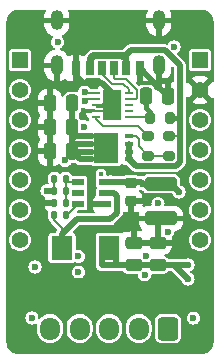
<source format=gbr>
%TF.GenerationSoftware,KiCad,Pcbnew,8.0.8*%
%TF.CreationDate,2025-03-27T14:33:37-07:00*%
%TF.ProjectId,pepper_stepper,70657070-6572-45f7-9374-65707065722e,rev?*%
%TF.SameCoordinates,Original*%
%TF.FileFunction,Copper,L1,Top*%
%TF.FilePolarity,Positive*%
%FSLAX46Y46*%
G04 Gerber Fmt 4.6, Leading zero omitted, Abs format (unit mm)*
G04 Created by KiCad (PCBNEW 8.0.8) date 2025-03-27 14:33:37*
%MOMM*%
%LPD*%
G01*
G04 APERTURE LIST*
G04 Aperture macros list*
%AMRoundRect*
0 Rectangle with rounded corners*
0 $1 Rounding radius*
0 $2 $3 $4 $5 $6 $7 $8 $9 X,Y pos of 4 corners*
0 Add a 4 corners polygon primitive as box body*
4,1,4,$2,$3,$4,$5,$6,$7,$8,$9,$2,$3,0*
0 Add four circle primitives for the rounded corners*
1,1,$1+$1,$2,$3*
1,1,$1+$1,$4,$5*
1,1,$1+$1,$6,$7*
1,1,$1+$1,$8,$9*
0 Add four rect primitives between the rounded corners*
20,1,$1+$1,$2,$3,$4,$5,0*
20,1,$1+$1,$4,$5,$6,$7,0*
20,1,$1+$1,$6,$7,$8,$9,0*
20,1,$1+$1,$8,$9,$2,$3,0*%
G04 Aperture macros list end*
%TA.AperFunction,SMDPad,CuDef*%
%ADD10R,0.660000X0.280000*%
%TD*%
%TA.AperFunction,SMDPad,CuDef*%
%ADD11R,1.500000X2.500000*%
%TD*%
%TA.AperFunction,SMDPad,CuDef*%
%ADD12RoundRect,0.200000X0.275000X-0.200000X0.275000X0.200000X-0.275000X0.200000X-0.275000X-0.200000X0*%
%TD*%
%TA.AperFunction,SMDPad,CuDef*%
%ADD13RoundRect,0.250000X-1.100000X0.325000X-1.100000X-0.325000X1.100000X-0.325000X1.100000X0.325000X0*%
%TD*%
%TA.AperFunction,SMDPad,CuDef*%
%ADD14RoundRect,0.140000X-0.140000X-0.170000X0.140000X-0.170000X0.140000X0.170000X-0.140000X0.170000X0*%
%TD*%
%TA.AperFunction,SMDPad,CuDef*%
%ADD15RoundRect,0.135000X0.135000X0.185000X-0.135000X0.185000X-0.135000X-0.185000X0.135000X-0.185000X0*%
%TD*%
%TA.AperFunction,SMDPad,CuDef*%
%ADD16RoundRect,0.250000X0.250000X0.475000X-0.250000X0.475000X-0.250000X-0.475000X0.250000X-0.475000X0*%
%TD*%
%TA.AperFunction,SMDPad,CuDef*%
%ADD17RoundRect,0.250000X-0.250000X-0.475000X0.250000X-0.475000X0.250000X0.475000X-0.250000X0.475000X0*%
%TD*%
%TA.AperFunction,SMDPad,CuDef*%
%ADD18R,1.070000X0.530000*%
%TD*%
%TA.AperFunction,ComponentPad*%
%ADD19R,1.400000X1.400000*%
%TD*%
%TA.AperFunction,ComponentPad*%
%ADD20C,1.400000*%
%TD*%
%TA.AperFunction,SMDPad,CuDef*%
%ADD21R,0.800000X0.400000*%
%TD*%
%TA.AperFunction,SMDPad,CuDef*%
%ADD22R,2.000000X2.600000*%
%TD*%
%TA.AperFunction,SMDPad,CuDef*%
%ADD23R,1.800000X2.000000*%
%TD*%
%TA.AperFunction,SMDPad,CuDef*%
%ADD24RoundRect,0.225000X0.250000X-0.225000X0.250000X0.225000X-0.250000X0.225000X-0.250000X-0.225000X0*%
%TD*%
%TA.AperFunction,ComponentPad*%
%ADD25RoundRect,0.250000X0.600000X0.725000X-0.600000X0.725000X-0.600000X-0.725000X0.600000X-0.725000X0*%
%TD*%
%TA.AperFunction,ComponentPad*%
%ADD26O,1.700000X1.950000*%
%TD*%
%TA.AperFunction,SMDPad,CuDef*%
%ADD27RoundRect,0.200000X0.200000X0.275000X-0.200000X0.275000X-0.200000X-0.275000X0.200000X-0.275000X0*%
%TD*%
%TA.AperFunction,SMDPad,CuDef*%
%ADD28RoundRect,0.140000X0.140000X0.170000X-0.140000X0.170000X-0.140000X-0.170000X0.140000X-0.170000X0*%
%TD*%
%TA.AperFunction,SMDPad,CuDef*%
%ADD29RoundRect,0.200000X-0.275000X0.200000X-0.275000X-0.200000X0.275000X-0.200000X0.275000X0.200000X0*%
%TD*%
%TA.AperFunction,SMDPad,CuDef*%
%ADD30RoundRect,0.135000X-0.135000X-0.185000X0.135000X-0.185000X0.135000X0.185000X-0.135000X0.185000X0*%
%TD*%
%TA.AperFunction,SMDPad,CuDef*%
%ADD31RoundRect,0.250000X-0.475000X0.250000X-0.475000X-0.250000X0.475000X-0.250000X0.475000X0.250000X0*%
%TD*%
%TA.AperFunction,ComponentPad*%
%ADD32O,1.100000X1.700000*%
%TD*%
%TA.AperFunction,SMDPad,CuDef*%
%ADD33R,0.700000X1.200000*%
%TD*%
%TA.AperFunction,SMDPad,CuDef*%
%ADD34R,0.800000X1.200000*%
%TD*%
%TA.AperFunction,ViaPad*%
%ADD35C,0.600000*%
%TD*%
%TA.AperFunction,ViaPad*%
%ADD36C,0.400000*%
%TD*%
%TA.AperFunction,Conductor*%
%ADD37C,0.200000*%
%TD*%
%TA.AperFunction,Conductor*%
%ADD38C,0.400000*%
%TD*%
%TA.AperFunction,Conductor*%
%ADD39C,0.500000*%
%TD*%
G04 APERTURE END LIST*
D10*
%TO.P,U1,1,VIN*%
%TO.N,Net-(U1-VIN)*%
X110833200Y-48004218D03*
%TO.P,U1,2,D+*%
%TO.N,unconnected-(U1-D+-Pad2)*%
X110833200Y-47504218D03*
%TO.P,U1,3,D-*%
%TO.N,unconnected-(U1-D--Pad3)*%
X110833200Y-47004218D03*
%TO.P,U1,4,CC1*%
%TO.N,/CC1*%
X110833200Y-46504218D03*
%TO.P,U1,5,CC2*%
%TO.N,/CC2*%
X110833200Y-46004218D03*
%TO.P,U1,6,SDA*%
%TO.N,/SDA*%
X108013200Y-46004218D03*
%TO.P,U1,7,SCL*%
%TO.N,/SCL*%
X108013200Y-46504218D03*
%TO.P,U1,8,VSET*%
%TO.N,GND*%
X108013200Y-47004218D03*
%TO.P,U1,9,ISET*%
X108013200Y-47504218D03*
%TO.P,U1,10,GATE*%
%TO.N,Net-(U1-GATE)*%
X108013200Y-48004218D03*
D11*
%TO.P,U1,11,GND*%
%TO.N,GND*%
X109423200Y-47004218D03*
%TD*%
D12*
%TO.P,R3,1*%
%TO.N,Net-(Q1-G)*%
X112423600Y-51268818D03*
%TO.P,R3,2*%
%TO.N,Net-(U1-GATE)*%
X112423600Y-49618818D03*
%TD*%
D13*
%TO.P,C12,1*%
%TO.N,VM*%
X113538000Y-53643000D03*
%TO.P,C12,2*%
%TO.N,GND*%
X113538000Y-56593000D03*
%TD*%
D14*
%TO.P,C17,1*%
%TO.N,+3V3*%
X104509600Y-53232218D03*
%TO.P,C17,2*%
%TO.N,Net-(U5-FB)*%
X105469600Y-53232218D03*
%TD*%
D15*
%TO.P,R16,1*%
%TO.N,Net-(U5-FB)*%
X105499600Y-54248218D03*
%TO.P,R16,2*%
%TO.N,+3V3*%
X104479600Y-54248218D03*
%TD*%
D16*
%TO.P,C3,1*%
%TO.N,VM*%
X106022800Y-48880718D03*
%TO.P,C3,2*%
%TO.N,GND*%
X104122800Y-48880718D03*
%TD*%
D17*
%TO.P,C2,1*%
%TO.N,GND*%
X104122800Y-46848718D03*
%TO.P,C2,2*%
%TO.N,VM*%
X106022800Y-46848718D03*
%TD*%
D18*
%TO.P,U5,1,GND*%
%TO.N,GND*%
X108813600Y-55386218D03*
%TO.P,U5,2,SW*%
%TO.N,Net-(U5-SW)*%
X108813600Y-54436218D03*
%TO.P,U5,3,VIN*%
%TO.N,VM*%
X108813600Y-53486218D03*
%TO.P,U5,4,FB*%
%TO.N,Net-(U5-FB)*%
X106513600Y-53486218D03*
%TO.P,U5,5,EN*%
%TO.N,unconnected-(U5-EN-Pad5)*%
X106513600Y-54436218D03*
%TO.P,U5,6,BOOT*%
%TO.N,Net-(U5-BOOT)*%
X106513600Y-55386218D03*
%TD*%
D19*
%TO.P,H1,1,1*%
%TO.N,unconnected-(H1-Pad1)*%
X101600000Y-43180000D03*
D20*
%TO.P,H1,2,2*%
%TO.N,/INDEX*%
X101600000Y-45720000D03*
%TO.P,H1,3,3*%
%TO.N,/DIAG*%
X101600000Y-48260000D03*
%TO.P,H1,4,4*%
%TO.N,unconnected-(H1-Pad4)*%
X101600000Y-50800000D03*
%TO.P,H1,5,5*%
%TO.N,/SDA*%
X101600000Y-53340000D03*
%TO.P,H1,6,6*%
%TO.N,/SCL*%
X101600000Y-55880000D03*
%TO.P,H1,7,7*%
%TO.N,Net-(H1-Pad7)*%
X101600000Y-58420000D03*
%TD*%
D21*
%TO.P,Q1,1,S*%
%TO.N,Net-(Q1-S-Pad1)*%
X110865200Y-51591018D03*
%TO.P,Q1,2,S*%
X110865200Y-50931018D03*
%TO.P,Q1,3,S*%
X110865200Y-50281018D03*
%TO.P,Q1,4,G*%
%TO.N,Net-(Q1-G)*%
X110865200Y-49631018D03*
%TO.P,Q1,5,D*%
%TO.N,VM*%
X107665200Y-49631018D03*
%TO.P,Q1,6,D*%
X107665200Y-50281018D03*
%TO.P,Q1,7,D*%
X107665200Y-50931018D03*
%TO.P,Q1,8,D*%
X107665200Y-51591018D03*
D22*
%TO.P,Q1,9,D*%
X108915200Y-50611018D03*
%TD*%
D23*
%TO.P,L2,1,1*%
%TO.N,Net-(U5-SW)*%
X105148600Y-59074218D03*
%TO.P,L2,2,2*%
%TO.N,+3V3*%
X109148600Y-59074218D03*
%TD*%
D24*
%TO.P,C13,1*%
%TO.N,GND*%
X110998000Y-55131000D03*
%TO.P,C13,2*%
%TO.N,VM*%
X110998000Y-53581000D03*
%TD*%
D16*
%TO.P,C1,1*%
%TO.N,GND*%
X114166000Y-46250818D03*
%TO.P,C1,2*%
%TO.N,Net-(U1-VIN)*%
X112266000Y-46250818D03*
%TD*%
D25*
%TO.P,J1,1,Pin_1*%
%TO.N,/A2*%
X114140000Y-65913000D03*
D26*
%TO.P,J1,2,Pin_2*%
%TO.N,/A1*%
X111640000Y-65913000D03*
%TO.P,J1,3,Pin_3*%
%TO.N,/B1*%
X109140000Y-65913000D03*
%TO.P,J1,4,Pin_4*%
%TO.N,/B2*%
X106640000Y-65913000D03*
%TO.P,J1,5,Pin_5*%
%TO.N,unconnected-(J1-Pin_5-Pad5)*%
X104140000Y-65913000D03*
%TD*%
D27*
%TO.P,R1,1*%
%TO.N,Net-(Q1-S-Pad1)*%
X114279800Y-48118718D03*
%TO.P,R1,2*%
%TO.N,Net-(U1-VIN)*%
X112629800Y-48118718D03*
%TD*%
D16*
%TO.P,C4,1*%
%TO.N,VM*%
X106022800Y-50912718D03*
%TO.P,C4,2*%
%TO.N,GND*%
X104122800Y-50912718D03*
%TD*%
D19*
%TO.P,H2,1,1*%
%TO.N,+5V*%
X116840000Y-43180000D03*
D20*
%TO.P,H2,2,2*%
%TO.N,GND*%
X116840000Y-45720000D03*
%TO.P,H2,3,3*%
%TO.N,+3V3*%
X116840000Y-48260000D03*
%TO.P,H2,4,4*%
%TO.N,/1-WIRE*%
X116840000Y-50800000D03*
%TO.P,H2,5,5*%
%TO.N,/TACH*%
X116840000Y-53340000D03*
%TO.P,H2,6,6*%
%TO.N,/PWM*%
X116840000Y-55880000D03*
%TO.P,H2,7,7*%
%TO.N,/UART*%
X116840000Y-58420000D03*
%TD*%
D28*
%TO.P,C14,1*%
%TO.N,Net-(U5-BOOT)*%
X105469600Y-56280218D03*
%TO.P,C14,2*%
%TO.N,Net-(U5-SW)*%
X104509600Y-56280218D03*
%TD*%
D29*
%TO.P,R2,1*%
%TO.N,Net-(Q1-S-Pad1)*%
X114201600Y-49618818D03*
%TO.P,R2,2*%
%TO.N,Net-(Q1-G)*%
X114201600Y-51268818D03*
%TD*%
D30*
%TO.P,R17,1*%
%TO.N,GND*%
X104479600Y-55264218D03*
%TO.P,R17,2*%
%TO.N,Net-(U5-FB)*%
X105499600Y-55264218D03*
%TD*%
D31*
%TO.P,C15,1*%
%TO.N,GND*%
X111212600Y-58632218D03*
%TO.P,C15,2*%
%TO.N,+3V3*%
X111212600Y-60532218D03*
%TD*%
D32*
%TO.P,USB1,7,EH*%
%TO.N,GND*%
X113355200Y-43641018D03*
X113355200Y-39831018D03*
X104715200Y-43641018D03*
X104715200Y-39831018D03*
D33*
%TO.P,USB1,A5,CC1*%
%TO.N,/CC1*%
X109535200Y-43891018D03*
%TO.P,USB1,A9,VBUS*%
%TO.N,Net-(Q1-S-Pad1)*%
X107535200Y-43891018D03*
D34*
%TO.P,USB1,A12,GND*%
%TO.N,GND*%
X106335200Y-43891018D03*
D33*
%TO.P,USB1,B5,CC2*%
%TO.N,/CC2*%
X108535200Y-43891018D03*
%TO.P,USB1,B9,VBUS*%
%TO.N,Net-(Q1-S-Pad1)*%
X110535200Y-43891018D03*
D34*
%TO.P,USB1,B12,GND*%
%TO.N,GND*%
X111735200Y-43891018D03*
%TD*%
D31*
%TO.P,C16,1*%
%TO.N,GND*%
X113244600Y-58632218D03*
%TO.P,C16,2*%
%TO.N,+3V3*%
X113244600Y-60532218D03*
%TD*%
D35*
%TO.N,+3V3*%
X103886824Y-54248218D03*
X104775000Y-41644818D03*
X115824000Y-61722000D03*
X114104069Y-57737093D03*
X115824000Y-60532218D03*
%TO.N,VM*%
X112161695Y-61366995D03*
X109247000Y-53486218D03*
X116272238Y-65024000D03*
X102603000Y-65024000D03*
X115062000Y-54356000D03*
X106022800Y-49899818D03*
X106022800Y-47867818D03*
X105410000Y-51677818D03*
X106781600Y-49631018D03*
X112014000Y-53656682D03*
X106541000Y-61117018D03*
X106781600Y-50281018D03*
%TO.N,/SCL*%
X107086400Y-46686621D03*
%TO.N,/INDEX*%
X107022800Y-48809235D03*
D36*
%TO.N,/DIAG*%
X108458000Y-52821216D03*
D35*
%TO.N,/SDA*%
X107086400Y-45886618D03*
%TO.N,/1-WIRE*%
X114645422Y-42072578D03*
%TO.N,/UART*%
X113283980Y-55324001D03*
X102870000Y-60706000D03*
%TO.N,/A2*%
X112228599Y-59755781D03*
%TO.N,/B2*%
X106548602Y-59805818D03*
%TO.N,GND*%
X106934000Y-64008000D03*
X110744000Y-57519818D03*
X103886000Y-55264218D03*
X111760000Y-64008000D03*
X109220000Y-64008000D03*
X110728925Y-56285195D03*
X109982000Y-57519818D03*
X110744000Y-56896000D03*
%TD*%
D37*
%TO.N,Net-(U1-VIN)*%
X110833200Y-48004218D02*
X112515300Y-48004218D01*
X112515300Y-48004218D02*
X112629800Y-48118718D01*
D38*
X112629800Y-47605800D02*
X112629800Y-48118718D01*
X112266000Y-47242000D02*
X112629800Y-47605800D01*
X112266000Y-46250818D02*
X112266000Y-47242000D01*
D37*
X112629800Y-48118718D02*
X112375800Y-47864718D01*
D39*
%TO.N,+3V3*%
X112217200Y-60532218D02*
X113244600Y-60532218D01*
X109754600Y-59074218D02*
X109754600Y-60532218D01*
X104479600Y-54248218D02*
X103886824Y-54248218D01*
X109754600Y-60532218D02*
X111212600Y-60532218D01*
X108524000Y-60532218D02*
X108508800Y-60517018D01*
X111212600Y-60532218D02*
X112217200Y-60532218D01*
D37*
X104509600Y-54218218D02*
X104479600Y-54248218D01*
D39*
X115824000Y-60532218D02*
X113244600Y-60532218D01*
X108508800Y-60517018D02*
X108508800Y-59714018D01*
X114634218Y-60532218D02*
X113244600Y-60532218D01*
D37*
X104509600Y-53232218D02*
X104509600Y-54218218D01*
D39*
X109754600Y-60532218D02*
X108524000Y-60532218D01*
X108508800Y-59714018D02*
X109148600Y-59074218D01*
X115824000Y-61722000D02*
X114634218Y-60532218D01*
D37*
%TO.N,VM*%
X112477064Y-53656682D02*
X112490746Y-53643000D01*
D39*
X107665200Y-50931018D02*
X106781600Y-50931018D01*
X107665200Y-50281018D02*
X106781600Y-50281018D01*
X111843536Y-53486218D02*
X112014000Y-53656682D01*
X106022800Y-50153818D02*
X106022800Y-49899818D01*
X106041100Y-50931018D02*
X106022800Y-50912718D01*
X108813600Y-53486218D02*
X109247000Y-53486218D01*
X112014000Y-53656682D02*
X112477064Y-53656682D01*
X106022800Y-49859818D02*
X106022800Y-48880718D01*
X112167000Y-53789218D02*
X113391782Y-53789218D01*
X115062000Y-54356000D02*
X114349000Y-53643000D01*
X107665200Y-51591018D02*
X106781600Y-51591018D01*
X106781600Y-50931018D02*
X106041100Y-50931018D01*
X106781600Y-49631018D02*
X106251600Y-49631018D01*
X106701100Y-51591018D02*
X106022800Y-50912718D01*
X106022800Y-47867818D02*
X106022800Y-46848718D01*
X106251600Y-49631018D02*
X106022800Y-49859818D01*
X106781600Y-50281018D02*
X106150000Y-50281018D01*
X107665200Y-49631018D02*
X106781600Y-49631018D01*
D37*
X112490746Y-53643000D02*
X113538000Y-53643000D01*
X113538000Y-53643000D02*
X114349000Y-53643000D01*
X105410000Y-51677818D02*
X105410000Y-51525518D01*
D39*
X106022800Y-50912718D02*
X106022800Y-50153818D01*
X113391782Y-53789218D02*
X113538000Y-53643000D01*
X106781600Y-51591018D02*
X106701100Y-51591018D01*
D37*
X105410000Y-51525518D02*
X106022800Y-50912718D01*
D39*
X106022800Y-49899818D02*
X106022800Y-47867818D01*
X106150000Y-50281018D02*
X106022800Y-50153818D01*
X109247000Y-53486218D02*
X111843536Y-53486218D01*
D37*
%TO.N,Net-(U5-SW)*%
X104509600Y-56757600D02*
X105148600Y-57396600D01*
D39*
X109798600Y-54671218D02*
X109563600Y-54436218D01*
X106426000Y-56642000D02*
X109257818Y-56642000D01*
D37*
X104509600Y-56280218D02*
X104509600Y-56757600D01*
D39*
X109257818Y-56642000D02*
X109798600Y-56101218D01*
X109798600Y-56101218D02*
X109798600Y-54671218D01*
D37*
X105148600Y-57396600D02*
X105148600Y-59074218D01*
D39*
X105148600Y-59074218D02*
X105148600Y-57919400D01*
X109563600Y-54436218D02*
X108813600Y-54436218D01*
X105148600Y-57919400D02*
X106426000Y-56642000D01*
D37*
%TO.N,Net-(U5-BOOT)*%
X105619600Y-56280218D02*
X106513600Y-55386218D01*
X105469600Y-56280218D02*
X105619600Y-56280218D01*
%TO.N,Net-(U5-FB)*%
X105469600Y-53232218D02*
X105469600Y-53544476D01*
X105469600Y-55234218D02*
X105499600Y-55264218D01*
X106513600Y-53486218D02*
X105527858Y-53486218D01*
X105527858Y-53486218D02*
X105469600Y-53544476D01*
X105469600Y-53544476D02*
X105469600Y-55234218D01*
%TO.N,/SCL*%
X107268803Y-46504218D02*
X107086400Y-46686621D01*
X108013200Y-46504218D02*
X107268803Y-46504218D01*
%TO.N,/SDA*%
X107086400Y-45886618D02*
X107204000Y-46004218D01*
X107204000Y-46004218D02*
X108013200Y-46004218D01*
D39*
%TO.N,Net-(Q1-S-Pad1)*%
X107535200Y-43041018D02*
X107535200Y-43891018D01*
D37*
X114201600Y-49618818D02*
X115102800Y-49618818D01*
D39*
X110987600Y-42341018D02*
X113853200Y-42341018D01*
D37*
X110535200Y-43341018D02*
X110185200Y-42991018D01*
D39*
X110535200Y-43891018D02*
X110535200Y-42793418D01*
X111393000Y-52118818D02*
X110865200Y-51591018D01*
X115126600Y-51816418D02*
X114824200Y-52118818D01*
D37*
X115102800Y-49618818D02*
X115126600Y-49595018D01*
D39*
X110535200Y-42793418D02*
X110987600Y-42341018D01*
D37*
X107535200Y-43421118D02*
X107535200Y-43891018D01*
D38*
X114279800Y-48118718D02*
X115123500Y-48118718D01*
D39*
X110865200Y-51591018D02*
X110865200Y-50281018D01*
D37*
X110185200Y-42991018D02*
X107965300Y-42991018D01*
D39*
X110535200Y-42793418D02*
X107782800Y-42793418D01*
X107782800Y-42793418D02*
X107535200Y-43041018D01*
X113853200Y-42341018D02*
X115126600Y-43614418D01*
X114824200Y-52118818D02*
X111393000Y-52118818D01*
D37*
X115123500Y-48118718D02*
X115126600Y-48121818D01*
D39*
X115126600Y-43614418D02*
X115126600Y-48121818D01*
X115126600Y-49595018D02*
X115126600Y-51816418D01*
D37*
X110535200Y-43891018D02*
X110535200Y-43341018D01*
D39*
X115126600Y-48121818D02*
X115126600Y-49595018D01*
D37*
X110593600Y-43755518D02*
X110721600Y-43883518D01*
X107965300Y-42991018D02*
X107535200Y-43421118D01*
%TO.N,Net-(Q1-G)*%
X110865200Y-49631018D02*
X111415200Y-49631018D01*
X111648600Y-49864418D02*
X111648600Y-50493818D01*
X111648600Y-50493818D02*
X112423600Y-51268818D01*
X111415200Y-49631018D02*
X111648600Y-49864418D01*
X114201600Y-51268818D02*
X112423600Y-51268818D01*
%TO.N,Net-(U1-GATE)*%
X112423600Y-49618818D02*
X111572782Y-48768000D01*
X108013200Y-48194218D02*
X108013200Y-48004218D01*
X108586982Y-48768000D02*
X108013200Y-48194218D01*
X111572782Y-48768000D02*
X108586982Y-48768000D01*
%TO.N,/CC2*%
X108535200Y-44338218D02*
X109388000Y-45191018D01*
X110353200Y-45191018D02*
X110833200Y-45671018D01*
X108535200Y-43891018D02*
X108535200Y-44338218D01*
X109388000Y-45191018D02*
X110353200Y-45191018D01*
X110833200Y-45671018D02*
X110833200Y-46004218D01*
%TO.N,/CC1*%
X111466000Y-46434618D02*
X111466000Y-45716218D01*
X111466000Y-45716218D02*
X110540800Y-44791018D01*
X109535200Y-44691018D02*
X109535200Y-43891018D01*
X111396400Y-46504218D02*
X111466000Y-46434618D01*
X109635200Y-44791018D02*
X109535200Y-44691018D01*
X110833200Y-46504218D02*
X111396400Y-46504218D01*
X110540800Y-44791018D02*
X109635200Y-44791018D01*
D39*
%TO.N,GND*%
X113355200Y-45394800D02*
X113297091Y-45452909D01*
X113355200Y-44958000D02*
X113355200Y-45394800D01*
X114166000Y-46250818D02*
X114095000Y-46250818D01*
X113244600Y-58632218D02*
X113244600Y-56886400D01*
X113244600Y-56886400D02*
X113538000Y-56593000D01*
X113355200Y-44958000D02*
X114300000Y-44958000D01*
X111735200Y-43891018D02*
X111806200Y-43891018D01*
D37*
X108923200Y-47504218D02*
X109423200Y-47004218D01*
D39*
X113355200Y-43641018D02*
X113355200Y-44958000D01*
X109423200Y-46004035D02*
X108543783Y-45124618D01*
D37*
X108013200Y-47004218D02*
X109423200Y-47004218D01*
D39*
X114095000Y-46250818D02*
X113297091Y-45452909D01*
X109423200Y-47004218D02*
X109423200Y-46004035D01*
X106918800Y-45124618D02*
X106335200Y-44541018D01*
X113297091Y-45452909D02*
X111735200Y-43891018D01*
D37*
X108013200Y-47504218D02*
X108923200Y-47504218D01*
D39*
X106335200Y-44541018D02*
X106335200Y-43891018D01*
X108543783Y-45124618D02*
X106918800Y-45124618D01*
D37*
X111985200Y-43641018D02*
X111735200Y-43891018D01*
X111821600Y-43783518D02*
X111793600Y-43755518D01*
%TD*%
%TA.AperFunction,Conductor*%
%TO.N,GND*%
G36*
X103743409Y-38935038D02*
G01*
X103779373Y-38984538D01*
X103779373Y-39045724D01*
X103776682Y-39053017D01*
X103705549Y-39224745D01*
X103665200Y-39427599D01*
X103665200Y-39581017D01*
X103665201Y-39581018D01*
X104365188Y-39581018D01*
X104365188Y-40081018D01*
X103665201Y-40081018D01*
X103665200Y-40081019D01*
X103665200Y-40234436D01*
X103705549Y-40437290D01*
X103784701Y-40628378D01*
X103784708Y-40628392D01*
X103899605Y-40800347D01*
X104045870Y-40946612D01*
X104217825Y-41061509D01*
X104217842Y-41061518D01*
X104334522Y-41109848D01*
X104381048Y-41149584D01*
X104395332Y-41209079D01*
X104375179Y-41261579D01*
X104294142Y-41367188D01*
X104294137Y-41367196D01*
X104238670Y-41501108D01*
X104238669Y-41501109D01*
X104219750Y-41644817D01*
X104219750Y-41644818D01*
X104238669Y-41788526D01*
X104238670Y-41788527D01*
X104249617Y-41814957D01*
X104294139Y-41922443D01*
X104382379Y-42037439D01*
X104497375Y-42125679D01*
X104502636Y-42127858D01*
X104549163Y-42167592D01*
X104563449Y-42227086D01*
X104540037Y-42283615D01*
X104487870Y-42315587D01*
X104484069Y-42316421D01*
X104408926Y-42331368D01*
X104217839Y-42410519D01*
X104217825Y-42410526D01*
X104045870Y-42525423D01*
X103899605Y-42671688D01*
X103784708Y-42843643D01*
X103784701Y-42843657D01*
X103705549Y-43034745D01*
X103665200Y-43237599D01*
X103665200Y-43391017D01*
X103665201Y-43391018D01*
X104365188Y-43391018D01*
X104365188Y-43891018D01*
X103665201Y-43891018D01*
X103665200Y-43891019D01*
X103665200Y-44044436D01*
X103705549Y-44247290D01*
X103784701Y-44438378D01*
X103784708Y-44438392D01*
X103899605Y-44610347D01*
X104045870Y-44756612D01*
X104217825Y-44871509D01*
X104217839Y-44871516D01*
X104408923Y-44950666D01*
X104408930Y-44950668D01*
X104465200Y-44961860D01*
X104465200Y-44135996D01*
X104500288Y-44171084D01*
X104580101Y-44217164D01*
X104669120Y-44241017D01*
X104761280Y-44241017D01*
X104850299Y-44217164D01*
X104930112Y-44171084D01*
X104965200Y-44135996D01*
X104965200Y-44961859D01*
X105021469Y-44950668D01*
X105021476Y-44950666D01*
X105212560Y-44871516D01*
X105212569Y-44871512D01*
X105388579Y-44753905D01*
X105389778Y-44755700D01*
X105438824Y-44736484D01*
X105498033Y-44751911D01*
X105523942Y-44775981D01*
X105578007Y-44848202D01*
X105578015Y-44848210D01*
X105693109Y-44934370D01*
X105693111Y-44934371D01*
X105827818Y-44984614D01*
X105827829Y-44984616D01*
X105887376Y-44991018D01*
X106085199Y-44991018D01*
X106085200Y-44991017D01*
X106085200Y-42791019D01*
X106085199Y-42791018D01*
X105887376Y-42791018D01*
X105827829Y-42797419D01*
X105827823Y-42797420D01*
X105730692Y-42833647D01*
X105669563Y-42836266D01*
X105618569Y-42802454D01*
X105613781Y-42795889D01*
X105530791Y-42671685D01*
X105384529Y-42525423D01*
X105212574Y-42410526D01*
X105212560Y-42410519D01*
X105021469Y-42331366D01*
X105017566Y-42330182D01*
X104967373Y-42295191D01*
X104947334Y-42237380D01*
X104965102Y-42178832D01*
X105008427Y-42143986D01*
X105052625Y-42125679D01*
X105167621Y-42037439D01*
X105255861Y-41922443D01*
X105311330Y-41788527D01*
X105330250Y-41644818D01*
X105311330Y-41501109D01*
X105255861Y-41367193D01*
X105167621Y-41252197D01*
X105167616Y-41252193D01*
X105167615Y-41252192D01*
X105158029Y-41244836D01*
X105123375Y-41194410D01*
X105124979Y-41133246D01*
X105162228Y-41084705D01*
X105180415Y-41074831D01*
X105212562Y-41061515D01*
X105212574Y-41061509D01*
X105384529Y-40946612D01*
X105530794Y-40800347D01*
X105645691Y-40628392D01*
X105645698Y-40628378D01*
X105724850Y-40437290D01*
X105765199Y-40234436D01*
X105765200Y-40234431D01*
X105765200Y-40081019D01*
X105765199Y-40081018D01*
X105065212Y-40081018D01*
X105065212Y-39581018D01*
X105765199Y-39581018D01*
X105765200Y-39581017D01*
X105765200Y-39427604D01*
X105765199Y-39427599D01*
X105724850Y-39224745D01*
X105653718Y-39053017D01*
X105648917Y-38992020D01*
X105680887Y-38939851D01*
X105737415Y-38916436D01*
X105745182Y-38916131D01*
X112325218Y-38916131D01*
X112383409Y-38935038D01*
X112419373Y-38984538D01*
X112419373Y-39045724D01*
X112416682Y-39053017D01*
X112345549Y-39224745D01*
X112305200Y-39427599D01*
X112305200Y-39581017D01*
X112305201Y-39581018D01*
X113005188Y-39581018D01*
X113005188Y-40081018D01*
X112305201Y-40081018D01*
X112305200Y-40081019D01*
X112305200Y-40234436D01*
X112345549Y-40437290D01*
X112424701Y-40628378D01*
X112424708Y-40628392D01*
X112539605Y-40800347D01*
X112685870Y-40946612D01*
X112857825Y-41061509D01*
X112857839Y-41061516D01*
X113048923Y-41140666D01*
X113048930Y-41140668D01*
X113105200Y-41151860D01*
X113105200Y-40325996D01*
X113140288Y-40361084D01*
X113220101Y-40407164D01*
X113309120Y-40431017D01*
X113401280Y-40431017D01*
X113490299Y-40407164D01*
X113570112Y-40361084D01*
X113605200Y-40325996D01*
X113605200Y-41151859D01*
X113661469Y-41140668D01*
X113661476Y-41140666D01*
X113852560Y-41061516D01*
X113852574Y-41061509D01*
X114024529Y-40946612D01*
X114170794Y-40800347D01*
X114285691Y-40628392D01*
X114285698Y-40628378D01*
X114364850Y-40437290D01*
X114405199Y-40234436D01*
X114405200Y-40234431D01*
X114405200Y-40081019D01*
X114405199Y-40081018D01*
X113705212Y-40081018D01*
X113705212Y-39581018D01*
X114405199Y-39581018D01*
X114405200Y-39581017D01*
X114405200Y-39427604D01*
X114405199Y-39427599D01*
X114364850Y-39224745D01*
X114293718Y-39053017D01*
X114288917Y-38992020D01*
X114320887Y-38939851D01*
X114377415Y-38916436D01*
X114385182Y-38916131D01*
X116901108Y-38916131D01*
X116962681Y-38916131D01*
X116971309Y-38916508D01*
X117136101Y-38930925D01*
X117153081Y-38933918D01*
X117308691Y-38975615D01*
X117324898Y-38981514D01*
X117347428Y-38992020D01*
X117470892Y-39049593D01*
X117485830Y-39058217D01*
X117617792Y-39150620D01*
X117631002Y-39161705D01*
X117744908Y-39275614D01*
X117755997Y-39288830D01*
X117848389Y-39420785D01*
X117857017Y-39435729D01*
X117925091Y-39581718D01*
X117930993Y-39597935D01*
X117972681Y-39753529D01*
X117975677Y-39770524D01*
X117990122Y-39935672D01*
X117990499Y-39944299D01*
X117990498Y-40011659D01*
X117990513Y-40011898D01*
X117991478Y-44968460D01*
X117972582Y-45026654D01*
X117923089Y-45062628D01*
X117885625Y-45067242D01*
X117848862Y-45064690D01*
X117239999Y-45673553D01*
X117239999Y-45667339D01*
X117212740Y-45565606D01*
X117160079Y-45474395D01*
X117085605Y-45399921D01*
X116994394Y-45347260D01*
X116892661Y-45320001D01*
X116886443Y-45320001D01*
X117493326Y-44713118D01*
X117377186Y-44641206D01*
X117377180Y-44641203D01*
X117169799Y-44560863D01*
X116951196Y-44520000D01*
X116728804Y-44520000D01*
X116510200Y-44560863D01*
X116302821Y-44641202D01*
X116302816Y-44641205D01*
X116186672Y-44713118D01*
X116793555Y-45320001D01*
X116787339Y-45320001D01*
X116685606Y-45347260D01*
X116594395Y-45399921D01*
X116519921Y-45474395D01*
X116467260Y-45565606D01*
X116440001Y-45667339D01*
X116440001Y-45673555D01*
X115831137Y-45064691D01*
X115815368Y-45085574D01*
X115814720Y-45086876D01*
X115814292Y-45087310D01*
X115812960Y-45089464D01*
X115812474Y-45089163D01*
X115771857Y-45130537D01*
X115711516Y-45140666D01*
X115656745Y-45113392D01*
X115628466Y-45059134D01*
X115627100Y-45042746D01*
X115627100Y-43548527D01*
X115611423Y-43490018D01*
X115592992Y-43421232D01*
X115592990Y-43421229D01*
X115592990Y-43421227D01*
X115527103Y-43307108D01*
X115527099Y-43307103D01*
X115433914Y-43213917D01*
X115433914Y-43213918D01*
X114918216Y-42698220D01*
X114890439Y-42643703D01*
X114900010Y-42583271D01*
X114927951Y-42549675D01*
X115038043Y-42465199D01*
X115045618Y-42455327D01*
X115889500Y-42455327D01*
X115889500Y-43904672D01*
X115889501Y-43904684D01*
X115904033Y-43977736D01*
X115904035Y-43977742D01*
X115959397Y-44060599D01*
X115959399Y-44060601D01*
X116042260Y-44115966D01*
X116097808Y-44127015D01*
X116115315Y-44130498D01*
X116115320Y-44130498D01*
X116115326Y-44130500D01*
X116115327Y-44130500D01*
X117564673Y-44130500D01*
X117564674Y-44130500D01*
X117637740Y-44115966D01*
X117720601Y-44060601D01*
X117775966Y-43977740D01*
X117790500Y-43904674D01*
X117790500Y-42455326D01*
X117775966Y-42382260D01*
X117720601Y-42299399D01*
X117720600Y-42299398D01*
X117720599Y-42299397D01*
X117637742Y-42244035D01*
X117637740Y-42244034D01*
X117637737Y-42244033D01*
X117637736Y-42244033D01*
X117564684Y-42229501D01*
X117564674Y-42229500D01*
X116115326Y-42229500D01*
X116115325Y-42229500D01*
X116115315Y-42229501D01*
X116042263Y-42244033D01*
X116042257Y-42244035D01*
X115959400Y-42299397D01*
X115959399Y-42299399D01*
X115904035Y-42382257D01*
X115904033Y-42382263D01*
X115889501Y-42455315D01*
X115889500Y-42455327D01*
X115045618Y-42455327D01*
X115126283Y-42350203D01*
X115181752Y-42216287D01*
X115200672Y-42072578D01*
X115181752Y-41928869D01*
X115126283Y-41794953D01*
X115038043Y-41679957D01*
X114923047Y-41591717D01*
X114923043Y-41591715D01*
X114789131Y-41536248D01*
X114789130Y-41536247D01*
X114645422Y-41517328D01*
X114501713Y-41536247D01*
X114501712Y-41536248D01*
X114367800Y-41591715D01*
X114367796Y-41591717D01*
X114252803Y-41679955D01*
X114252799Y-41679959D01*
X114164561Y-41794952D01*
X114164560Y-41794954D01*
X114156275Y-41814957D01*
X114116538Y-41861483D01*
X114057043Y-41875766D01*
X114039195Y-41872699D01*
X113919092Y-41840518D01*
X111053492Y-41840518D01*
X110921707Y-41840518D01*
X110843800Y-41861392D01*
X110794409Y-41874627D01*
X110680290Y-41940514D01*
X110680284Y-41940518D01*
X110592743Y-42028058D01*
X110592744Y-42028059D01*
X110592741Y-42028062D01*
X110592740Y-42028061D01*
X110356883Y-42263921D01*
X110302366Y-42291699D01*
X110286879Y-42292918D01*
X107716907Y-42292918D01*
X107692719Y-42299398D01*
X107692720Y-42299399D01*
X107589614Y-42327026D01*
X107589612Y-42327026D01*
X107589608Y-42327028D01*
X107475490Y-42392914D01*
X107475485Y-42392918D01*
X107382299Y-42486103D01*
X107382300Y-42486104D01*
X107382299Y-42486105D01*
X107227886Y-42640517D01*
X107227886Y-42640518D01*
X107227885Y-42640517D01*
X107134700Y-42733703D01*
X107134698Y-42733705D01*
X107094542Y-42803258D01*
X107049072Y-42844198D01*
X106988222Y-42850593D01*
X106974210Y-42846515D01*
X106842581Y-42797421D01*
X106842570Y-42797419D01*
X106783024Y-42791018D01*
X106585201Y-42791018D01*
X106585200Y-42791019D01*
X106585200Y-44991017D01*
X106585201Y-44991018D01*
X106783024Y-44991018D01*
X106842570Y-44984616D01*
X106842581Y-44984614D01*
X106977288Y-44934371D01*
X106977290Y-44934370D01*
X107092384Y-44848210D01*
X107092392Y-44848202D01*
X107142559Y-44781189D01*
X107192568Y-44745936D01*
X107221812Y-44741518D01*
X107909873Y-44741518D01*
X107909874Y-44741518D01*
X107982940Y-44726984D01*
X107982946Y-44726979D01*
X107991952Y-44723251D01*
X107992786Y-44725266D01*
X108039080Y-44712207D01*
X108077810Y-44724791D01*
X108078448Y-44723251D01*
X108087455Y-44726980D01*
X108087460Y-44726984D01*
X108135219Y-44736484D01*
X108160515Y-44741516D01*
X108160520Y-44741516D01*
X108160526Y-44741518D01*
X108401810Y-44741518D01*
X108460001Y-44760425D01*
X108471813Y-44770514D01*
X108786514Y-45085214D01*
X108814292Y-45139731D01*
X108804721Y-45200163D01*
X108761456Y-45243428D01*
X108716511Y-45254218D01*
X108625376Y-45254218D01*
X108565829Y-45260619D01*
X108565818Y-45260621D01*
X108431111Y-45310864D01*
X108431109Y-45310865D01*
X108316015Y-45397025D01*
X108316007Y-45397033D01*
X108229847Y-45512128D01*
X108215979Y-45549313D01*
X108177929Y-45597228D01*
X108123220Y-45613718D01*
X107658526Y-45613718D01*
X107658525Y-45613718D01*
X107658513Y-45613719D01*
X107642867Y-45616831D01*
X107582106Y-45609638D01*
X107545016Y-45580001D01*
X107479026Y-45494003D01*
X107479024Y-45494001D01*
X107479021Y-45493997D01*
X107364025Y-45405757D01*
X107364021Y-45405755D01*
X107230109Y-45350288D01*
X107230108Y-45350287D01*
X107086400Y-45331368D01*
X106942691Y-45350287D01*
X106942690Y-45350288D01*
X106808778Y-45405755D01*
X106808774Y-45405757D01*
X106693781Y-45493995D01*
X106693777Y-45493999D01*
X106605539Y-45608992D01*
X106605537Y-45608996D01*
X106550070Y-45742908D01*
X106541198Y-45810297D01*
X106514857Y-45865521D01*
X106461086Y-45894716D01*
X106408449Y-45890132D01*
X106380288Y-45879628D01*
X106380283Y-45879627D01*
X106380281Y-45879626D01*
X106380277Y-45879626D01*
X106349049Y-45876268D01*
X106320673Y-45873218D01*
X106320670Y-45873218D01*
X105724933Y-45873218D01*
X105724929Y-45873218D01*
X105724928Y-45873219D01*
X105717749Y-45873990D01*
X105665319Y-45879626D01*
X105665314Y-45879627D01*
X105530470Y-45929920D01*
X105415258Y-46016168D01*
X105415250Y-46016176D01*
X105329003Y-46131387D01*
X105296801Y-46217727D01*
X105258751Y-46265641D01*
X105199804Y-46282039D01*
X105142476Y-46260657D01*
X105110068Y-46214270D01*
X105057156Y-46054593D01*
X104965119Y-45905377D01*
X104841140Y-45781398D01*
X104691924Y-45689361D01*
X104525493Y-45634211D01*
X104422787Y-45623718D01*
X104372801Y-45623718D01*
X104372800Y-45623719D01*
X104372800Y-52137716D01*
X104372801Y-52137717D01*
X104422786Y-52137717D01*
X104525487Y-52127225D01*
X104525499Y-52127222D01*
X104691925Y-52072074D01*
X104837587Y-51982228D01*
X104897040Y-51967771D01*
X104953636Y-51991021D01*
X104968100Y-52006218D01*
X105017379Y-52070439D01*
X105132375Y-52158679D01*
X105266291Y-52214148D01*
X105410000Y-52233068D01*
X105553709Y-52214148D01*
X105687625Y-52158679D01*
X105802621Y-52070439D01*
X105890861Y-51955443D01*
X105893391Y-51949333D01*
X105933126Y-51902807D01*
X105984856Y-51888217D01*
X106249477Y-51888217D01*
X106307668Y-51907124D01*
X106319480Y-51917213D01*
X106393785Y-51991517D01*
X106393790Y-51991521D01*
X106507910Y-52057408D01*
X106507908Y-52057408D01*
X106507912Y-52057409D01*
X106507914Y-52057410D01*
X106635208Y-52091518D01*
X106635210Y-52091518D01*
X107704417Y-52091518D01*
X107759417Y-52108201D01*
X107817460Y-52146984D01*
X107873008Y-52158033D01*
X107890515Y-52161516D01*
X107890520Y-52161516D01*
X107890526Y-52161518D01*
X107890527Y-52161518D01*
X109939873Y-52161518D01*
X109939874Y-52161518D01*
X110012940Y-52146984D01*
X110095801Y-52091619D01*
X110095869Y-52091518D01*
X110154505Y-52003761D01*
X110202554Y-51965881D01*
X110263692Y-51963478D01*
X110291821Y-51976444D01*
X110367460Y-52026984D01*
X110423008Y-52038033D01*
X110440515Y-52041516D01*
X110440520Y-52041516D01*
X110440526Y-52041518D01*
X110566878Y-52041518D01*
X110625069Y-52060425D01*
X110636882Y-52070514D01*
X110992500Y-52426132D01*
X110992499Y-52426132D01*
X111085685Y-52519317D01*
X111085690Y-52519321D01*
X111199810Y-52585208D01*
X111199808Y-52585208D01*
X111199812Y-52585209D01*
X111199814Y-52585210D01*
X111327108Y-52619318D01*
X111327110Y-52619318D01*
X114890090Y-52619318D01*
X114890092Y-52619318D01*
X115017386Y-52585210D01*
X115017388Y-52585208D01*
X115017390Y-52585208D01*
X115131509Y-52519321D01*
X115131509Y-52519320D01*
X115131514Y-52519318D01*
X115433912Y-52216919D01*
X115433914Y-52216918D01*
X115527100Y-52123732D01*
X115592992Y-52009604D01*
X115607504Y-51955443D01*
X115627100Y-51882311D01*
X115627100Y-51750526D01*
X115627100Y-50799995D01*
X115884901Y-50799995D01*
X115884901Y-50800004D01*
X115903251Y-50986325D01*
X115903252Y-50986328D01*
X115903253Y-50986331D01*
X115954628Y-51155692D01*
X115957605Y-51165504D01*
X115957606Y-51165506D01*
X116045859Y-51330617D01*
X116045862Y-51330622D01*
X116045864Y-51330625D01*
X116075178Y-51366344D01*
X116164638Y-51475352D01*
X116164647Y-51475361D01*
X116222798Y-51523084D01*
X116309375Y-51594136D01*
X116309380Y-51594138D01*
X116309382Y-51594140D01*
X116465934Y-51677818D01*
X116474499Y-51682396D01*
X116653669Y-51736747D01*
X116653671Y-51736747D01*
X116653674Y-51736748D01*
X116839996Y-51755099D01*
X116840000Y-51755099D01*
X116840004Y-51755099D01*
X117026325Y-51736748D01*
X117026326Y-51736747D01*
X117026331Y-51736747D01*
X117205501Y-51682396D01*
X117370625Y-51594136D01*
X117515357Y-51475357D01*
X117634136Y-51330625D01*
X117722396Y-51165501D01*
X117776747Y-50986331D01*
X117789525Y-50856600D01*
X117795094Y-50800053D01*
X117795121Y-50799989D01*
X117795090Y-50799907D01*
X117776748Y-50613674D01*
X117776747Y-50613671D01*
X117776747Y-50613669D01*
X117722396Y-50434499D01*
X117676502Y-50348636D01*
X117634140Y-50269382D01*
X117634138Y-50269380D01*
X117634136Y-50269375D01*
X117528750Y-50140962D01*
X117515361Y-50124647D01*
X117515352Y-50124638D01*
X117402106Y-50031700D01*
X117370625Y-50005864D01*
X117370622Y-50005862D01*
X117370617Y-50005859D01*
X117205506Y-49917606D01*
X117205504Y-49917605D01*
X117026328Y-49863252D01*
X117026325Y-49863251D01*
X116840004Y-49844901D01*
X116839996Y-49844901D01*
X116653674Y-49863251D01*
X116653671Y-49863252D01*
X116474495Y-49917605D01*
X116474493Y-49917606D01*
X116309382Y-50005859D01*
X116309376Y-50005863D01*
X116164647Y-50124638D01*
X116164638Y-50124647D01*
X116045863Y-50269376D01*
X116045859Y-50269382D01*
X115957606Y-50434493D01*
X115957605Y-50434495D01*
X115903252Y-50613671D01*
X115903251Y-50613674D01*
X115884901Y-50799995D01*
X115627100Y-50799995D01*
X115627100Y-49529126D01*
X115627100Y-48259995D01*
X115884901Y-48259995D01*
X115884901Y-48260004D01*
X115903251Y-48446325D01*
X115903252Y-48446328D01*
X115957605Y-48625504D01*
X115957606Y-48625506D01*
X116045859Y-48790617D01*
X116045862Y-48790622D01*
X116045864Y-48790625D01*
X116061137Y-48809235D01*
X116164638Y-48935352D01*
X116164647Y-48935361D01*
X116222954Y-48983212D01*
X116309375Y-49054136D01*
X116309380Y-49054138D01*
X116309382Y-49054140D01*
X116474493Y-49142393D01*
X116474499Y-49142396D01*
X116653669Y-49196747D01*
X116653671Y-49196747D01*
X116653674Y-49196748D01*
X116839996Y-49215099D01*
X116840000Y-49215099D01*
X116840004Y-49215099D01*
X117026325Y-49196748D01*
X117026326Y-49196747D01*
X117026331Y-49196747D01*
X117205501Y-49142396D01*
X117370625Y-49054136D01*
X117515357Y-48935357D01*
X117634136Y-48790625D01*
X117722396Y-48625501D01*
X117776747Y-48446331D01*
X117779969Y-48413625D01*
X117794600Y-48265069D01*
X117796670Y-48260334D01*
X117794594Y-48254872D01*
X117776748Y-48073674D01*
X117776747Y-48073671D01*
X117776747Y-48073669D01*
X117722396Y-47894499D01*
X117693022Y-47839544D01*
X117634140Y-47729382D01*
X117634138Y-47729380D01*
X117634136Y-47729375D01*
X117570755Y-47652145D01*
X117515361Y-47584647D01*
X117515352Y-47584638D01*
X117387495Y-47479709D01*
X117370625Y-47465864D01*
X117370622Y-47465862D01*
X117370617Y-47465859D01*
X117205506Y-47377606D01*
X117205504Y-47377605D01*
X117192644Y-47373704D01*
X117080035Y-47339544D01*
X117026328Y-47323252D01*
X117026325Y-47323251D01*
X116840004Y-47304901D01*
X116839996Y-47304901D01*
X116653674Y-47323251D01*
X116653671Y-47323252D01*
X116474495Y-47377605D01*
X116474493Y-47377606D01*
X116309382Y-47465859D01*
X116309376Y-47465863D01*
X116164647Y-47584638D01*
X116164638Y-47584647D01*
X116045863Y-47729376D01*
X116045859Y-47729382D01*
X115957606Y-47894493D01*
X115957605Y-47894495D01*
X115903252Y-48073671D01*
X115903251Y-48073674D01*
X115884901Y-48259995D01*
X115627100Y-48259995D01*
X115627100Y-48055926D01*
X115627100Y-46397253D01*
X115646007Y-46339062D01*
X115695507Y-46303098D01*
X115756693Y-46303098D01*
X115806193Y-46339062D01*
X115814724Y-46353130D01*
X115815368Y-46354424D01*
X115815369Y-46354426D01*
X115831138Y-46375306D01*
X116440001Y-45766443D01*
X116440001Y-45772661D01*
X116467260Y-45874394D01*
X116519921Y-45965605D01*
X116594395Y-46040079D01*
X116685606Y-46092740D01*
X116787339Y-46119999D01*
X116793553Y-46119999D01*
X116186672Y-46726880D01*
X116302813Y-46798793D01*
X116302819Y-46798796D01*
X116510200Y-46879136D01*
X116728804Y-46920000D01*
X116951196Y-46920000D01*
X117169799Y-46879136D01*
X117377180Y-46798796D01*
X117377181Y-46798796D01*
X117493326Y-46726880D01*
X116886445Y-46119999D01*
X116892661Y-46119999D01*
X116994394Y-46092740D01*
X117085605Y-46040079D01*
X117160079Y-45965605D01*
X117212740Y-45874394D01*
X117239999Y-45772661D01*
X117239999Y-45766445D01*
X117848861Y-46375307D01*
X117885916Y-46372736D01*
X117945276Y-46387568D01*
X117984581Y-46434459D01*
X117991771Y-46471479D01*
X117992117Y-48245150D01*
X117987742Y-48258622D01*
X117992123Y-48274753D01*
X117992613Y-50790185D01*
X117989723Y-50799082D01*
X117992617Y-50809737D01*
X117995781Y-67046380D01*
X117995404Y-67055029D01*
X117980905Y-67220730D01*
X117977908Y-67237724D01*
X117935978Y-67394205D01*
X117930076Y-67410421D01*
X117861609Y-67557245D01*
X117852980Y-67572190D01*
X117760053Y-67704900D01*
X117748961Y-67718119D01*
X117634408Y-67832671D01*
X117621189Y-67843763D01*
X117488481Y-67936686D01*
X117473541Y-67945312D01*
X117326712Y-68013779D01*
X117310500Y-68019680D01*
X117154007Y-68061612D01*
X117137012Y-68064608D01*
X116971100Y-68079123D01*
X116962472Y-68079500D01*
X101571639Y-68079500D01*
X101546018Y-68076127D01*
X101538894Y-68074218D01*
X101538892Y-68074218D01*
X101477319Y-68074218D01*
X101468691Y-68073841D01*
X101303901Y-68059424D01*
X101286906Y-68056428D01*
X101131303Y-68014734D01*
X101115090Y-68008833D01*
X100969092Y-67940754D01*
X100954148Y-67932126D01*
X100822193Y-67839731D01*
X100808978Y-67828643D01*
X100695069Y-67714735D01*
X100683979Y-67701517D01*
X100591578Y-67569558D01*
X100582949Y-67554613D01*
X100532549Y-67446532D01*
X100514867Y-67408614D01*
X100508970Y-67392412D01*
X100467274Y-67236809D01*
X100464278Y-67219815D01*
X100461123Y-67183762D01*
X100449877Y-67055225D01*
X100449500Y-67046596D01*
X100449500Y-65023999D01*
X102047750Y-65023999D01*
X102047750Y-65024000D01*
X102066669Y-65167708D01*
X102066670Y-65167709D01*
X102122139Y-65301625D01*
X102210379Y-65416621D01*
X102325375Y-65504861D01*
X102459291Y-65560330D01*
X102603000Y-65579250D01*
X102746709Y-65560330D01*
X102880625Y-65504861D01*
X102900043Y-65489960D01*
X102957718Y-65469535D01*
X103016384Y-65486911D01*
X103053633Y-65535452D01*
X103058093Y-65583987D01*
X103039500Y-65701384D01*
X103039500Y-66124614D01*
X103066597Y-66295702D01*
X103066598Y-66295706D01*
X103120123Y-66460438D01*
X103120125Y-66460441D01*
X103120126Y-66460444D01*
X103120127Y-66460445D01*
X103198768Y-66614788D01*
X103300586Y-66754928D01*
X103423072Y-66877414D01*
X103563212Y-66979232D01*
X103717555Y-67057873D01*
X103717557Y-67057873D01*
X103717558Y-67057874D01*
X103717561Y-67057876D01*
X103882293Y-67111401D01*
X103882297Y-67111402D01*
X104053386Y-67138500D01*
X104053389Y-67138500D01*
X104226614Y-67138500D01*
X104397702Y-67111402D01*
X104397706Y-67111401D01*
X104562438Y-67057876D01*
X104562440Y-67057874D01*
X104562445Y-67057873D01*
X104716788Y-66979232D01*
X104856928Y-66877414D01*
X104979414Y-66754928D01*
X105081232Y-66614788D01*
X105159873Y-66460445D01*
X105159874Y-66460440D01*
X105159876Y-66460438D01*
X105213401Y-66295706D01*
X105213402Y-66295702D01*
X105240500Y-66124614D01*
X105240500Y-65701385D01*
X105539500Y-65701385D01*
X105539500Y-66124614D01*
X105566597Y-66295702D01*
X105566598Y-66295706D01*
X105620123Y-66460438D01*
X105620125Y-66460441D01*
X105620126Y-66460444D01*
X105620127Y-66460445D01*
X105698768Y-66614788D01*
X105800586Y-66754928D01*
X105923072Y-66877414D01*
X106063212Y-66979232D01*
X106217555Y-67057873D01*
X106217557Y-67057873D01*
X106217558Y-67057874D01*
X106217561Y-67057876D01*
X106382293Y-67111401D01*
X106382297Y-67111402D01*
X106553386Y-67138500D01*
X106553389Y-67138500D01*
X106726614Y-67138500D01*
X106897702Y-67111402D01*
X106897706Y-67111401D01*
X107062438Y-67057876D01*
X107062440Y-67057874D01*
X107062445Y-67057873D01*
X107216788Y-66979232D01*
X107356928Y-66877414D01*
X107479414Y-66754928D01*
X107581232Y-66614788D01*
X107659873Y-66460445D01*
X107659874Y-66460440D01*
X107659876Y-66460438D01*
X107713401Y-66295706D01*
X107713402Y-66295702D01*
X107740500Y-66124614D01*
X107740500Y-65701385D01*
X108039500Y-65701385D01*
X108039500Y-66124614D01*
X108066597Y-66295702D01*
X108066598Y-66295706D01*
X108120123Y-66460438D01*
X108120125Y-66460441D01*
X108120126Y-66460444D01*
X108120127Y-66460445D01*
X108198768Y-66614788D01*
X108300586Y-66754928D01*
X108423072Y-66877414D01*
X108563212Y-66979232D01*
X108717555Y-67057873D01*
X108717557Y-67057873D01*
X108717558Y-67057874D01*
X108717561Y-67057876D01*
X108882293Y-67111401D01*
X108882297Y-67111402D01*
X109053386Y-67138500D01*
X109053389Y-67138500D01*
X109226614Y-67138500D01*
X109397702Y-67111402D01*
X109397706Y-67111401D01*
X109562438Y-67057876D01*
X109562440Y-67057874D01*
X109562445Y-67057873D01*
X109716788Y-66979232D01*
X109856928Y-66877414D01*
X109979414Y-66754928D01*
X110081232Y-66614788D01*
X110159873Y-66460445D01*
X110159874Y-66460440D01*
X110159876Y-66460438D01*
X110213401Y-66295706D01*
X110213402Y-66295702D01*
X110240500Y-66124614D01*
X110240500Y-65701385D01*
X110539500Y-65701385D01*
X110539500Y-66124614D01*
X110566597Y-66295702D01*
X110566598Y-66295706D01*
X110620123Y-66460438D01*
X110620125Y-66460441D01*
X110620126Y-66460444D01*
X110620127Y-66460445D01*
X110698768Y-66614788D01*
X110800586Y-66754928D01*
X110923072Y-66877414D01*
X111063212Y-66979232D01*
X111217555Y-67057873D01*
X111217557Y-67057873D01*
X111217558Y-67057874D01*
X111217561Y-67057876D01*
X111382293Y-67111401D01*
X111382297Y-67111402D01*
X111553386Y-67138500D01*
X111553389Y-67138500D01*
X111726614Y-67138500D01*
X111897702Y-67111402D01*
X111897706Y-67111401D01*
X112062438Y-67057876D01*
X112062440Y-67057874D01*
X112062445Y-67057873D01*
X112216788Y-66979232D01*
X112356928Y-66877414D01*
X112479414Y-66754928D01*
X112581232Y-66614788D01*
X112659873Y-66460445D01*
X112659874Y-66460440D01*
X112659876Y-66460438D01*
X112713401Y-66295706D01*
X112713402Y-66295702D01*
X112740500Y-66124614D01*
X112740500Y-65701385D01*
X112713402Y-65530297D01*
X112713401Y-65530293D01*
X112659876Y-65365561D01*
X112659874Y-65365558D01*
X112659873Y-65365557D01*
X112659873Y-65365555D01*
X112581232Y-65211212D01*
X112529587Y-65140129D01*
X113039500Y-65140129D01*
X113039500Y-66685866D01*
X113039501Y-66685870D01*
X113045908Y-66745480D01*
X113045909Y-66745485D01*
X113096202Y-66880329D01*
X113174433Y-66984832D01*
X113182454Y-66995546D01*
X113182457Y-66995548D01*
X113182458Y-66995549D01*
X113297670Y-67081797D01*
X113432511Y-67132089D01*
X113432512Y-67132089D01*
X113432517Y-67132091D01*
X113492127Y-67138500D01*
X114787872Y-67138499D01*
X114847483Y-67132091D01*
X114914907Y-67106943D01*
X114982329Y-67081797D01*
X114982329Y-67081796D01*
X114982331Y-67081796D01*
X115097546Y-66995546D01*
X115183796Y-66880331D01*
X115234091Y-66745483D01*
X115240500Y-66685873D01*
X115240499Y-65140128D01*
X115234091Y-65080517D01*
X115222493Y-65049420D01*
X115213012Y-65023999D01*
X115716988Y-65023999D01*
X115716988Y-65024000D01*
X115735907Y-65167708D01*
X115735908Y-65167709D01*
X115791377Y-65301625D01*
X115879617Y-65416621D01*
X115994613Y-65504861D01*
X116128529Y-65560330D01*
X116272238Y-65579250D01*
X116415947Y-65560330D01*
X116549863Y-65504861D01*
X116664859Y-65416621D01*
X116753099Y-65301625D01*
X116808568Y-65167709D01*
X116827488Y-65024000D01*
X116817175Y-64945670D01*
X116808568Y-64880291D01*
X116753099Y-64746375D01*
X116664859Y-64631379D01*
X116549863Y-64543139D01*
X116549859Y-64543137D01*
X116415947Y-64487670D01*
X116415946Y-64487669D01*
X116272238Y-64468750D01*
X116128529Y-64487669D01*
X116128528Y-64487670D01*
X115994616Y-64543137D01*
X115994612Y-64543139D01*
X115879619Y-64631377D01*
X115879615Y-64631381D01*
X115791377Y-64746374D01*
X115791375Y-64746378D01*
X115735908Y-64880290D01*
X115735907Y-64880291D01*
X115716988Y-65023999D01*
X115213012Y-65023999D01*
X115183797Y-64945670D01*
X115097549Y-64830458D01*
X115097548Y-64830457D01*
X115097546Y-64830454D01*
X115097541Y-64830450D01*
X114982329Y-64744202D01*
X114847488Y-64693910D01*
X114847483Y-64693909D01*
X114847481Y-64693908D01*
X114847477Y-64693908D01*
X114816249Y-64690550D01*
X114787873Y-64687500D01*
X114787870Y-64687500D01*
X113492133Y-64687500D01*
X113492129Y-64687500D01*
X113492128Y-64687501D01*
X113484949Y-64688272D01*
X113432519Y-64693908D01*
X113432514Y-64693909D01*
X113297670Y-64744202D01*
X113182458Y-64830450D01*
X113182450Y-64830458D01*
X113096202Y-64945670D01*
X113045910Y-65080511D01*
X113045908Y-65080522D01*
X113039500Y-65140129D01*
X112529587Y-65140129D01*
X112479414Y-65071072D01*
X112356928Y-64948586D01*
X112216788Y-64846768D01*
X112216787Y-64846767D01*
X112216785Y-64846766D01*
X112062441Y-64768125D01*
X112062438Y-64768123D01*
X111897706Y-64714598D01*
X111897702Y-64714597D01*
X111726614Y-64687500D01*
X111726611Y-64687500D01*
X111553389Y-64687500D01*
X111553386Y-64687500D01*
X111382297Y-64714597D01*
X111382293Y-64714598D01*
X111217561Y-64768123D01*
X111217558Y-64768125D01*
X111063214Y-64846766D01*
X110923073Y-64948585D01*
X110800585Y-65071073D01*
X110698766Y-65211214D01*
X110620125Y-65365558D01*
X110620123Y-65365561D01*
X110566598Y-65530293D01*
X110566597Y-65530297D01*
X110539500Y-65701385D01*
X110240500Y-65701385D01*
X110213402Y-65530297D01*
X110213401Y-65530293D01*
X110159876Y-65365561D01*
X110159874Y-65365558D01*
X110159873Y-65365557D01*
X110159873Y-65365555D01*
X110081232Y-65211212D01*
X109979414Y-65071072D01*
X109856928Y-64948586D01*
X109716788Y-64846768D01*
X109716787Y-64846767D01*
X109716785Y-64846766D01*
X109562441Y-64768125D01*
X109562438Y-64768123D01*
X109397706Y-64714598D01*
X109397702Y-64714597D01*
X109226614Y-64687500D01*
X109226611Y-64687500D01*
X109053389Y-64687500D01*
X109053386Y-64687500D01*
X108882297Y-64714597D01*
X108882293Y-64714598D01*
X108717561Y-64768123D01*
X108717558Y-64768125D01*
X108563214Y-64846766D01*
X108423073Y-64948585D01*
X108300585Y-65071073D01*
X108198766Y-65211214D01*
X108120125Y-65365558D01*
X108120123Y-65365561D01*
X108066598Y-65530293D01*
X108066597Y-65530297D01*
X108039500Y-65701385D01*
X107740500Y-65701385D01*
X107713402Y-65530297D01*
X107713401Y-65530293D01*
X107659876Y-65365561D01*
X107659874Y-65365558D01*
X107659873Y-65365557D01*
X107659873Y-65365555D01*
X107581232Y-65211212D01*
X107479414Y-65071072D01*
X107356928Y-64948586D01*
X107216788Y-64846768D01*
X107216787Y-64846767D01*
X107216785Y-64846766D01*
X107062441Y-64768125D01*
X107062438Y-64768123D01*
X106897706Y-64714598D01*
X106897702Y-64714597D01*
X106726614Y-64687500D01*
X106726611Y-64687500D01*
X106553389Y-64687500D01*
X106553386Y-64687500D01*
X106382297Y-64714597D01*
X106382293Y-64714598D01*
X106217561Y-64768123D01*
X106217558Y-64768125D01*
X106063214Y-64846766D01*
X105923073Y-64948585D01*
X105800585Y-65071073D01*
X105698766Y-65211214D01*
X105620125Y-65365558D01*
X105620123Y-65365561D01*
X105566598Y-65530293D01*
X105566597Y-65530297D01*
X105539500Y-65701385D01*
X105240500Y-65701385D01*
X105213402Y-65530297D01*
X105213401Y-65530293D01*
X105159876Y-65365561D01*
X105159874Y-65365558D01*
X105159873Y-65365557D01*
X105159873Y-65365555D01*
X105081232Y-65211212D01*
X104979414Y-65071072D01*
X104856928Y-64948586D01*
X104716788Y-64846768D01*
X104716787Y-64846767D01*
X104716785Y-64846766D01*
X104562441Y-64768125D01*
X104562438Y-64768123D01*
X104397706Y-64714598D01*
X104397702Y-64714597D01*
X104226614Y-64687500D01*
X104226611Y-64687500D01*
X104053389Y-64687500D01*
X104053386Y-64687500D01*
X103882297Y-64714597D01*
X103882293Y-64714598D01*
X103717561Y-64768123D01*
X103717558Y-64768125D01*
X103563214Y-64846766D01*
X103423069Y-64948588D01*
X103322237Y-65049420D01*
X103267721Y-65077197D01*
X103207289Y-65067625D01*
X103164024Y-65024361D01*
X103154081Y-64992341D01*
X103139330Y-64880291D01*
X103083861Y-64746375D01*
X102995621Y-64631379D01*
X102880625Y-64543139D01*
X102880621Y-64543137D01*
X102746709Y-64487670D01*
X102746708Y-64487669D01*
X102603000Y-64468750D01*
X102459291Y-64487669D01*
X102459290Y-64487670D01*
X102325378Y-64543137D01*
X102325374Y-64543139D01*
X102210381Y-64631377D01*
X102210377Y-64631381D01*
X102122139Y-64746374D01*
X102122137Y-64746378D01*
X102066670Y-64880290D01*
X102066669Y-64880291D01*
X102047750Y-65023999D01*
X100449500Y-65023999D01*
X100449500Y-60705999D01*
X102314750Y-60705999D01*
X102314750Y-60706000D01*
X102333669Y-60849708D01*
X102333670Y-60849709D01*
X102384865Y-60973308D01*
X102389139Y-60983625D01*
X102477379Y-61098621D01*
X102592375Y-61186861D01*
X102726291Y-61242330D01*
X102870000Y-61261250D01*
X103013709Y-61242330D01*
X103147625Y-61186861D01*
X103238647Y-61117017D01*
X105985750Y-61117017D01*
X105985750Y-61117018D01*
X106004669Y-61260726D01*
X106004670Y-61260727D01*
X106049432Y-61368795D01*
X106060139Y-61394643D01*
X106148379Y-61509639D01*
X106263375Y-61597879D01*
X106397291Y-61653348D01*
X106541000Y-61672268D01*
X106684709Y-61653348D01*
X106818625Y-61597879D01*
X106933621Y-61509639D01*
X107021861Y-61394643D01*
X107077330Y-61260727D01*
X107096250Y-61117018D01*
X107085151Y-61032718D01*
X107077330Y-60973309D01*
X107021861Y-60839393D01*
X106933621Y-60724397D01*
X106818625Y-60636157D01*
X106818621Y-60636155D01*
X106684709Y-60580688D01*
X106684708Y-60580687D01*
X106541000Y-60561768D01*
X106397291Y-60580687D01*
X106397290Y-60580688D01*
X106263378Y-60636155D01*
X106263374Y-60636157D01*
X106148381Y-60724395D01*
X106148377Y-60724399D01*
X106060139Y-60839392D01*
X106060137Y-60839396D01*
X106004670Y-60973308D01*
X106004669Y-60973309D01*
X105985750Y-61117017D01*
X103238647Y-61117017D01*
X103262621Y-61098621D01*
X103350861Y-60983625D01*
X103406330Y-60849709D01*
X103425250Y-60706000D01*
X103406330Y-60562291D01*
X103350861Y-60428375D01*
X103262621Y-60313379D01*
X103147625Y-60225139D01*
X103147621Y-60225137D01*
X103013709Y-60169670D01*
X103013708Y-60169669D01*
X102870000Y-60150750D01*
X102726291Y-60169669D01*
X102726290Y-60169670D01*
X102592378Y-60225137D01*
X102592374Y-60225139D01*
X102477381Y-60313377D01*
X102477377Y-60313381D01*
X102389139Y-60428374D01*
X102389137Y-60428378D01*
X102333670Y-60562290D01*
X102333669Y-60562291D01*
X102314750Y-60705999D01*
X100449500Y-60705999D01*
X100449500Y-58451252D01*
X100458744Y-58422800D01*
X100457574Y-58418489D01*
X100638258Y-58418489D01*
X100647023Y-58441549D01*
X100663251Y-58606325D01*
X100663252Y-58606328D01*
X100663253Y-58606331D01*
X100716911Y-58783218D01*
X100717605Y-58785504D01*
X100717606Y-58785506D01*
X100805859Y-58950617D01*
X100805862Y-58950622D01*
X100805864Y-58950625D01*
X100855395Y-59010978D01*
X100924638Y-59095352D01*
X100924647Y-59095361D01*
X100992145Y-59150755D01*
X101069375Y-59214136D01*
X101069380Y-59214138D01*
X101069382Y-59214140D01*
X101234493Y-59302393D01*
X101234499Y-59302396D01*
X101413669Y-59356747D01*
X101413671Y-59356747D01*
X101413674Y-59356748D01*
X101599996Y-59375099D01*
X101600000Y-59375099D01*
X101600004Y-59375099D01*
X101786325Y-59356748D01*
X101786326Y-59356747D01*
X101786331Y-59356747D01*
X101965501Y-59302396D01*
X102130625Y-59214136D01*
X102275357Y-59095357D01*
X102394136Y-58950625D01*
X102482396Y-58785501D01*
X102536747Y-58606331D01*
X102554824Y-58422800D01*
X102555099Y-58420004D01*
X102555099Y-58419995D01*
X102536748Y-58233674D01*
X102536747Y-58233671D01*
X102536747Y-58233669D01*
X102482396Y-58054499D01*
X102396404Y-57893618D01*
X102394140Y-57889382D01*
X102394138Y-57889380D01*
X102394136Y-57889375D01*
X102322146Y-57801655D01*
X102275361Y-57744647D01*
X102275352Y-57744638D01*
X102151153Y-57642711D01*
X102130625Y-57625864D01*
X102130622Y-57625862D01*
X102130617Y-57625859D01*
X101965506Y-57537606D01*
X101965504Y-57537605D01*
X101786328Y-57483252D01*
X101786325Y-57483251D01*
X101600004Y-57464901D01*
X101599996Y-57464901D01*
X101413674Y-57483251D01*
X101413671Y-57483252D01*
X101234495Y-57537605D01*
X101234493Y-57537606D01*
X101069382Y-57625859D01*
X101069376Y-57625863D01*
X100924647Y-57744638D01*
X100924638Y-57744647D01*
X100805863Y-57889376D01*
X100805859Y-57889382D01*
X100717606Y-58054493D01*
X100717605Y-58054495D01*
X100663252Y-58233671D01*
X100663251Y-58233673D01*
X100647023Y-58398451D01*
X100638258Y-58418489D01*
X100457574Y-58418489D01*
X100449500Y-58388747D01*
X100449500Y-55911252D01*
X100458744Y-55882800D01*
X100457574Y-55878489D01*
X100638258Y-55878489D01*
X100647023Y-55901549D01*
X100663251Y-56066325D01*
X100663252Y-56066328D01*
X100671792Y-56094479D01*
X100693824Y-56167111D01*
X100717605Y-56245504D01*
X100717606Y-56245506D01*
X100805859Y-56410617D01*
X100805862Y-56410622D01*
X100805864Y-56410625D01*
X100855395Y-56470978D01*
X100924638Y-56555352D01*
X100924647Y-56555361D01*
X100992145Y-56610755D01*
X101069375Y-56674136D01*
X101234499Y-56762396D01*
X101413669Y-56816747D01*
X101413671Y-56816747D01*
X101413674Y-56816748D01*
X101599996Y-56835099D01*
X101600000Y-56835099D01*
X101600004Y-56835099D01*
X101786325Y-56816748D01*
X101786326Y-56816747D01*
X101786331Y-56816747D01*
X101965501Y-56762396D01*
X102130625Y-56674136D01*
X102275357Y-56555357D01*
X102394136Y-56410625D01*
X102482396Y-56245501D01*
X102536747Y-56066331D01*
X102539437Y-56039028D01*
X102555099Y-55880004D01*
X102555099Y-55879995D01*
X102536748Y-55693674D01*
X102536747Y-55693671D01*
X102536747Y-55693669D01*
X102482396Y-55514499D01*
X102479113Y-55508356D01*
X102394140Y-55349382D01*
X102394138Y-55349380D01*
X102394136Y-55349375D01*
X102330755Y-55272145D01*
X102275361Y-55204647D01*
X102275352Y-55204638D01*
X102185622Y-55130999D01*
X102130625Y-55085864D01*
X102130622Y-55085862D01*
X102130617Y-55085859D01*
X101965506Y-54997606D01*
X101965504Y-54997605D01*
X101786328Y-54943252D01*
X101786325Y-54943251D01*
X101600004Y-54924901D01*
X101599996Y-54924901D01*
X101413674Y-54943251D01*
X101413671Y-54943252D01*
X101234495Y-54997605D01*
X101234493Y-54997606D01*
X101069382Y-55085859D01*
X101069376Y-55085863D01*
X100924647Y-55204638D01*
X100924638Y-55204647D01*
X100805863Y-55349376D01*
X100805859Y-55349382D01*
X100717606Y-55514493D01*
X100717605Y-55514495D01*
X100663252Y-55693671D01*
X100663251Y-55693673D01*
X100647023Y-55858451D01*
X100638258Y-55878489D01*
X100457574Y-55878489D01*
X100449500Y-55848747D01*
X100449500Y-53371252D01*
X100458744Y-53342800D01*
X100457574Y-53338489D01*
X100638258Y-53338489D01*
X100647023Y-53361549D01*
X100663251Y-53526325D01*
X100663252Y-53526328D01*
X100717605Y-53705504D01*
X100717606Y-53705506D01*
X100805859Y-53870617D01*
X100805862Y-53870622D01*
X100805864Y-53870625D01*
X100809568Y-53875138D01*
X100924638Y-54015352D01*
X100924647Y-54015361D01*
X100955612Y-54040773D01*
X101069375Y-54134136D01*
X101069380Y-54134138D01*
X101069382Y-54134140D01*
X101234493Y-54222393D01*
X101234499Y-54222396D01*
X101413669Y-54276747D01*
X101413671Y-54276747D01*
X101413674Y-54276748D01*
X101599996Y-54295099D01*
X101600000Y-54295099D01*
X101600004Y-54295099D01*
X101786325Y-54276748D01*
X101786326Y-54276747D01*
X101786331Y-54276747D01*
X101880381Y-54248217D01*
X103331574Y-54248217D01*
X103331574Y-54248218D01*
X103350493Y-54391926D01*
X103350494Y-54391927D01*
X103395137Y-54499708D01*
X103405963Y-54525843D01*
X103494203Y-54640839D01*
X103609199Y-54729079D01*
X103684257Y-54760168D01*
X103730781Y-54799902D01*
X103745065Y-54859397D01*
X103741439Y-54879250D01*
X103712434Y-54979087D01*
X103712432Y-54979096D01*
X103709669Y-55014217D01*
X103709670Y-55014218D01*
X104380600Y-55014218D01*
X104438791Y-55033125D01*
X104474755Y-55082625D01*
X104479600Y-55113218D01*
X104479600Y-55415218D01*
X104460693Y-55473409D01*
X104411193Y-55509373D01*
X104380600Y-55514218D01*
X103709669Y-55514218D01*
X103712432Y-55549339D01*
X103712434Y-55549345D01*
X103757195Y-55703413D01*
X103757195Y-55703414D01*
X103838861Y-55841503D01*
X103956716Y-55959358D01*
X103954453Y-55961620D01*
X103981734Y-56001365D01*
X103984575Y-56044912D01*
X103979100Y-56079479D01*
X103979100Y-56480955D01*
X103993583Y-56572392D01*
X103993584Y-56572396D01*
X104029600Y-56643080D01*
X104049741Y-56682609D01*
X104136033Y-56768901D01*
X104161654Y-56813279D01*
X104182984Y-56892884D01*
X104182985Y-56892886D01*
X104182986Y-56892888D01*
X104229130Y-56972812D01*
X104493442Y-57237124D01*
X104738941Y-57482623D01*
X104766718Y-57537140D01*
X104757147Y-57597572D01*
X104749280Y-57610039D01*
X104682209Y-57726210D01*
X104682208Y-57726214D01*
X104675743Y-57750341D01*
X104642420Y-57801655D01*
X104585299Y-57823582D01*
X104580117Y-57823718D01*
X104223926Y-57823718D01*
X104223925Y-57823718D01*
X104223915Y-57823719D01*
X104150863Y-57838251D01*
X104150857Y-57838253D01*
X104068000Y-57893615D01*
X104067997Y-57893618D01*
X104012635Y-57976475D01*
X104012633Y-57976481D01*
X103998101Y-58049533D01*
X103998100Y-58049545D01*
X103998100Y-60098890D01*
X103998101Y-60098902D01*
X104012633Y-60171954D01*
X104012635Y-60171960D01*
X104067997Y-60254817D01*
X104068000Y-60254820D01*
X104115683Y-60286680D01*
X104150860Y-60310184D01*
X104206408Y-60321233D01*
X104223915Y-60324716D01*
X104223920Y-60324716D01*
X104223926Y-60324718D01*
X104223927Y-60324718D01*
X106073273Y-60324718D01*
X106073274Y-60324718D01*
X106146340Y-60310184D01*
X106171798Y-60293173D01*
X106230685Y-60276564D01*
X106264128Y-60286256D01*
X106264982Y-60284196D01*
X106296943Y-60297434D01*
X106404893Y-60342148D01*
X106548602Y-60361068D01*
X106692311Y-60342148D01*
X106826227Y-60286679D01*
X106941223Y-60198439D01*
X107029463Y-60083443D01*
X107084932Y-59949527D01*
X107103852Y-59805818D01*
X107084932Y-59662109D01*
X107029463Y-59528193D01*
X106941223Y-59413197D01*
X106826227Y-59324957D01*
X106826223Y-59324955D01*
X106692311Y-59269488D01*
X106692310Y-59269487D01*
X106548602Y-59250568D01*
X106411022Y-59268681D01*
X106350861Y-59257531D01*
X106308744Y-59213149D01*
X106299100Y-59170528D01*
X106299100Y-58049545D01*
X107998100Y-58049545D01*
X107998100Y-60098892D01*
X108006398Y-60140607D01*
X108008300Y-60159922D01*
X108008300Y-60451126D01*
X108008300Y-60582910D01*
X108033223Y-60675926D01*
X108042409Y-60710208D01*
X108108296Y-60824327D01*
X108108301Y-60824333D01*
X108123499Y-60839532D01*
X108216685Y-60932717D01*
X108216690Y-60932721D01*
X108330810Y-60998608D01*
X108330808Y-60998608D01*
X108330812Y-60998609D01*
X108330814Y-60998610D01*
X108458108Y-61032718D01*
X109688708Y-61032718D01*
X110250364Y-61032718D01*
X110308555Y-61051625D01*
X110329616Y-61072388D01*
X110348541Y-61097669D01*
X110364764Y-61119340D01*
X110380054Y-61139764D01*
X110380057Y-61139766D01*
X110380058Y-61139767D01*
X110495270Y-61226015D01*
X110630111Y-61276307D01*
X110630112Y-61276307D01*
X110630117Y-61276309D01*
X110689727Y-61282718D01*
X111508528Y-61282717D01*
X111566719Y-61301624D01*
X111602683Y-61351124D01*
X111606681Y-61368794D01*
X111616632Y-61444374D01*
X111625224Y-61509636D01*
X111625365Y-61510703D01*
X111625365Y-61510704D01*
X111661473Y-61597879D01*
X111680834Y-61644620D01*
X111769074Y-61759616D01*
X111884070Y-61847856D01*
X112017986Y-61903325D01*
X112161695Y-61922245D01*
X112305404Y-61903325D01*
X112439320Y-61847856D01*
X112554316Y-61759616D01*
X112642556Y-61644620D01*
X112698025Y-61510704D01*
X112716708Y-61368792D01*
X112743048Y-61313570D01*
X112796818Y-61284375D01*
X112814850Y-61282717D01*
X113767472Y-61282717D01*
X113827083Y-61276309D01*
X113894507Y-61251161D01*
X113961929Y-61226015D01*
X113961929Y-61226014D01*
X113961931Y-61226014D01*
X114077146Y-61139764D01*
X114127583Y-61072388D01*
X114177591Y-61037136D01*
X114206836Y-61032718D01*
X114385896Y-61032718D01*
X114444087Y-61051625D01*
X114455900Y-61061714D01*
X115293385Y-61899199D01*
X115314845Y-61931317D01*
X115343138Y-61999624D01*
X115343139Y-61999625D01*
X115431379Y-62114621D01*
X115546375Y-62202861D01*
X115680291Y-62258330D01*
X115824000Y-62277250D01*
X115967709Y-62258330D01*
X116101625Y-62202861D01*
X116216621Y-62114621D01*
X116304861Y-61999625D01*
X116360330Y-61865709D01*
X116379250Y-61722000D01*
X116370211Y-61653347D01*
X116360330Y-61578291D01*
X116304861Y-61444375D01*
X116216621Y-61329379D01*
X116101625Y-61241139D01*
X116101623Y-61241138D01*
X116047144Y-61218572D01*
X116000618Y-61178835D01*
X115986335Y-61119340D01*
X116009750Y-61062812D01*
X116047140Y-61035646D01*
X116101625Y-61013079D01*
X116216621Y-60924839D01*
X116304861Y-60809843D01*
X116360330Y-60675927D01*
X116379250Y-60532218D01*
X116360330Y-60388509D01*
X116304861Y-60254593D01*
X116216621Y-60139597D01*
X116101625Y-60051357D01*
X116101621Y-60051355D01*
X115967709Y-59995888D01*
X115967708Y-59995887D01*
X115824000Y-59976968D01*
X115680291Y-59995887D01*
X115680290Y-59995888D01*
X115611982Y-60024182D01*
X115574097Y-60031718D01*
X114206836Y-60031718D01*
X114148645Y-60012811D01*
X114127583Y-59992047D01*
X114095752Y-59949527D01*
X114077146Y-59924672D01*
X114077141Y-59924668D01*
X113961929Y-59838420D01*
X113875591Y-59806219D01*
X113827676Y-59768169D01*
X113811278Y-59709222D01*
X113832659Y-59651894D01*
X113879047Y-59619486D01*
X114038724Y-59566574D01*
X114187940Y-59474537D01*
X114311919Y-59350558D01*
X114403956Y-59201342D01*
X114459106Y-59034911D01*
X114469600Y-58932205D01*
X114469600Y-58882219D01*
X114469599Y-58882218D01*
X111311600Y-58882218D01*
X111253409Y-58863311D01*
X111217445Y-58813811D01*
X111212600Y-58783218D01*
X111212600Y-58632219D01*
X111212599Y-58632218D01*
X111061600Y-58632218D01*
X111003409Y-58613311D01*
X110967445Y-58563811D01*
X110962600Y-58533218D01*
X110962600Y-58419995D01*
X115884901Y-58419995D01*
X115884901Y-58420004D01*
X115903251Y-58606325D01*
X115903252Y-58606328D01*
X115903253Y-58606331D01*
X115956911Y-58783218D01*
X115957605Y-58785504D01*
X115957606Y-58785506D01*
X116045859Y-58950617D01*
X116045862Y-58950622D01*
X116045864Y-58950625D01*
X116095395Y-59010978D01*
X116164638Y-59095352D01*
X116164647Y-59095361D01*
X116232145Y-59150755D01*
X116309375Y-59214136D01*
X116309380Y-59214138D01*
X116309382Y-59214140D01*
X116474493Y-59302393D01*
X116474499Y-59302396D01*
X116653669Y-59356747D01*
X116653671Y-59356747D01*
X116653674Y-59356748D01*
X116839996Y-59375099D01*
X116840000Y-59375099D01*
X116840004Y-59375099D01*
X117026325Y-59356748D01*
X117026326Y-59356747D01*
X117026331Y-59356747D01*
X117205501Y-59302396D01*
X117370625Y-59214136D01*
X117515357Y-59095357D01*
X117634136Y-58950625D01*
X117722396Y-58785501D01*
X117776747Y-58606331D01*
X117794824Y-58422800D01*
X117795099Y-58420004D01*
X117795099Y-58419995D01*
X117776748Y-58233674D01*
X117776747Y-58233671D01*
X117776747Y-58233669D01*
X117722396Y-58054499D01*
X117636404Y-57893618D01*
X117634140Y-57889382D01*
X117634138Y-57889380D01*
X117634136Y-57889375D01*
X117562146Y-57801655D01*
X117515361Y-57744647D01*
X117515352Y-57744638D01*
X117391153Y-57642711D01*
X117370625Y-57625864D01*
X117370622Y-57625862D01*
X117370617Y-57625859D01*
X117205506Y-57537606D01*
X117205504Y-57537605D01*
X117026328Y-57483252D01*
X117026325Y-57483251D01*
X116840004Y-57464901D01*
X116839996Y-57464901D01*
X116653674Y-57483251D01*
X116653671Y-57483252D01*
X116474495Y-57537605D01*
X116474493Y-57537606D01*
X116309382Y-57625859D01*
X116309376Y-57625863D01*
X116164647Y-57744638D01*
X116164638Y-57744647D01*
X116045863Y-57889376D01*
X116045859Y-57889382D01*
X115957606Y-58054493D01*
X115957605Y-58054495D01*
X115903252Y-58233671D01*
X115903251Y-58233674D01*
X115884901Y-58419995D01*
X110962600Y-58419995D01*
X110962600Y-57632219D01*
X111462600Y-57632219D01*
X111462600Y-58382217D01*
X111462601Y-58382218D01*
X114469598Y-58382218D01*
X114469599Y-58382217D01*
X114469599Y-58332231D01*
X114458557Y-58224145D01*
X114459745Y-58224023D01*
X114465461Y-58168883D01*
X114492430Y-58134624D01*
X114492105Y-58134299D01*
X114494842Y-58131561D01*
X114495697Y-58130475D01*
X114496690Y-58129714D01*
X114584930Y-58014718D01*
X114640399Y-57880802D01*
X114657931Y-57747634D01*
X114684272Y-57692410D01*
X114738043Y-57663215D01*
X114746023Y-57662070D01*
X114790687Y-57657507D01*
X114790699Y-57657504D01*
X114957124Y-57602356D01*
X115106340Y-57510319D01*
X115230319Y-57386340D01*
X115322356Y-57237124D01*
X115377506Y-57070693D01*
X115388000Y-56967987D01*
X115388000Y-56843001D01*
X115387999Y-56843000D01*
X111688002Y-56843000D01*
X111688001Y-56843001D01*
X111688001Y-56967986D01*
X111698492Y-57070687D01*
X111698495Y-57070699D01*
X111753643Y-57237124D01*
X111845680Y-57386340D01*
X111936404Y-57477064D01*
X111964181Y-57531581D01*
X111954610Y-57592013D01*
X111911345Y-57635278D01*
X111850913Y-57644849D01*
X111845635Y-57643578D01*
X111845579Y-57643843D01*
X111840293Y-57642711D01*
X111737587Y-57632218D01*
X111462601Y-57632218D01*
X111462600Y-57632219D01*
X110962600Y-57632219D01*
X110962599Y-57632218D01*
X110687613Y-57632218D01*
X110584912Y-57642710D01*
X110584900Y-57642713D01*
X110418475Y-57697861D01*
X110269258Y-57789899D01*
X110269254Y-57789901D01*
X110245838Y-57813318D01*
X110191321Y-57841094D01*
X110156532Y-57836986D01*
X110155902Y-57840154D01*
X110073284Y-57823719D01*
X110073274Y-57823718D01*
X108223926Y-57823718D01*
X108223925Y-57823718D01*
X108223915Y-57823719D01*
X108150863Y-57838251D01*
X108150857Y-57838253D01*
X108068000Y-57893615D01*
X108067997Y-57893618D01*
X108012635Y-57976475D01*
X108012633Y-57976481D01*
X107998101Y-58049533D01*
X107998100Y-58049545D01*
X106299100Y-58049545D01*
X106299098Y-58049533D01*
X106292173Y-58014722D01*
X106284566Y-57976478D01*
X106229201Y-57893617D01*
X106229199Y-57893615D01*
X106146342Y-57838253D01*
X106137335Y-57834523D01*
X106138689Y-57831253D01*
X106100472Y-57809850D01*
X106074857Y-57754285D01*
X106086794Y-57694275D01*
X106103163Y-57672650D01*
X106604318Y-57171496D01*
X106658835Y-57143719D01*
X106674322Y-57142500D01*
X109323708Y-57142500D01*
X109323710Y-57142500D01*
X109451004Y-57108392D01*
X109451006Y-57108390D01*
X109451008Y-57108390D01*
X109565127Y-57042503D01*
X109565127Y-57042502D01*
X109565132Y-57042500D01*
X110105911Y-56501719D01*
X110105914Y-56501718D01*
X110199100Y-56408532D01*
X110264992Y-56294404D01*
X110279167Y-56241501D01*
X110299100Y-56167111D01*
X110299100Y-56107468D01*
X110318007Y-56049277D01*
X110367507Y-56013313D01*
X110428693Y-56013313D01*
X110439024Y-56017383D01*
X110600396Y-56070856D01*
X110699677Y-56080999D01*
X110748000Y-56080998D01*
X110748000Y-55381001D01*
X111248000Y-55381001D01*
X111248000Y-56080998D01*
X111248001Y-56080999D01*
X111296322Y-56080999D01*
X111395597Y-56070857D01*
X111395609Y-56070854D01*
X111556483Y-56017546D01*
X111558031Y-56016825D01*
X111559032Y-56016701D01*
X111561957Y-56015733D01*
X111562151Y-56016318D01*
X111618760Y-56009366D01*
X111672275Y-56039028D01*
X111698135Y-56094479D01*
X111698360Y-56116610D01*
X111688000Y-56218012D01*
X111688000Y-56342999D01*
X111688001Y-56343000D01*
X115387998Y-56343000D01*
X115387999Y-56342999D01*
X115387999Y-56218013D01*
X115377507Y-56115312D01*
X115377504Y-56115300D01*
X115322356Y-55948875D01*
X115279871Y-55879995D01*
X115884901Y-55879995D01*
X115884901Y-55880004D01*
X115903251Y-56066325D01*
X115903252Y-56066328D01*
X115911792Y-56094479D01*
X115933824Y-56167111D01*
X115957605Y-56245504D01*
X115957606Y-56245506D01*
X116045859Y-56410617D01*
X116045862Y-56410622D01*
X116045864Y-56410625D01*
X116095395Y-56470978D01*
X116164638Y-56555352D01*
X116164647Y-56555361D01*
X116232145Y-56610755D01*
X116309375Y-56674136D01*
X116474499Y-56762396D01*
X116653669Y-56816747D01*
X116653671Y-56816747D01*
X116653674Y-56816748D01*
X116839996Y-56835099D01*
X116840000Y-56835099D01*
X116840004Y-56835099D01*
X117026325Y-56816748D01*
X117026326Y-56816747D01*
X117026331Y-56816747D01*
X117205501Y-56762396D01*
X117370625Y-56674136D01*
X117515357Y-56555357D01*
X117634136Y-56410625D01*
X117722396Y-56245501D01*
X117776747Y-56066331D01*
X117779437Y-56039028D01*
X117795099Y-55880004D01*
X117795099Y-55879995D01*
X117776748Y-55693674D01*
X117776747Y-55693671D01*
X117776747Y-55693669D01*
X117722396Y-55514499D01*
X117719113Y-55508356D01*
X117634140Y-55349382D01*
X117634138Y-55349380D01*
X117634136Y-55349375D01*
X117570755Y-55272145D01*
X117515361Y-55204647D01*
X117515352Y-55204638D01*
X117425622Y-55130999D01*
X117370625Y-55085864D01*
X117370622Y-55085862D01*
X117370617Y-55085859D01*
X117205506Y-54997606D01*
X117205504Y-54997605D01*
X117026328Y-54943252D01*
X117026325Y-54943251D01*
X116840004Y-54924901D01*
X116839996Y-54924901D01*
X116653674Y-54943251D01*
X116653671Y-54943252D01*
X116474495Y-54997605D01*
X116474493Y-54997606D01*
X116309382Y-55085859D01*
X116309376Y-55085863D01*
X116164647Y-55204638D01*
X116164638Y-55204647D01*
X116045863Y-55349376D01*
X116045859Y-55349382D01*
X115957606Y-55514493D01*
X115957605Y-55514495D01*
X115903252Y-55693671D01*
X115903251Y-55693674D01*
X115884901Y-55879995D01*
X115279871Y-55879995D01*
X115230319Y-55799659D01*
X115106340Y-55675680D01*
X114957124Y-55583643D01*
X114790693Y-55528493D01*
X114687987Y-55518000D01*
X113926577Y-55518000D01*
X113868386Y-55499093D01*
X113832422Y-55449593D01*
X113828424Y-55406077D01*
X113831726Y-55381001D01*
X113839230Y-55324001D01*
X113820310Y-55180292D01*
X113764841Y-55046376D01*
X113676601Y-54931380D01*
X113561605Y-54843140D01*
X113561601Y-54843138D01*
X113427689Y-54787671D01*
X113427688Y-54787670D01*
X113283980Y-54768751D01*
X113140271Y-54787670D01*
X113140270Y-54787671D01*
X113006358Y-54843138D01*
X113006354Y-54843140D01*
X112891361Y-54931378D01*
X112891357Y-54931382D01*
X112803119Y-55046375D01*
X112803117Y-55046379D01*
X112747650Y-55180291D01*
X112747649Y-55180292D01*
X112728730Y-55324000D01*
X112728730Y-55324002D01*
X112739535Y-55406079D01*
X112728385Y-55466239D01*
X112684002Y-55508356D01*
X112641382Y-55518000D01*
X112388013Y-55518000D01*
X112285312Y-55528492D01*
X112285300Y-55528495D01*
X112118872Y-55583644D01*
X112114495Y-55586344D01*
X112055041Y-55600798D01*
X111998447Y-55577544D01*
X111966329Y-55525467D01*
X111964040Y-55492018D01*
X111973000Y-55404322D01*
X111973000Y-55381001D01*
X111972999Y-55381000D01*
X111248001Y-55381000D01*
X111248000Y-55381001D01*
X110748000Y-55381001D01*
X110748000Y-55230000D01*
X110766907Y-55171809D01*
X110816407Y-55135845D01*
X110847000Y-55131000D01*
X110997999Y-55131000D01*
X110998000Y-55130999D01*
X110998000Y-54980000D01*
X111016907Y-54921809D01*
X111066407Y-54885845D01*
X111097000Y-54881000D01*
X111972998Y-54881000D01*
X111972999Y-54880999D01*
X111972999Y-54857677D01*
X111962857Y-54758402D01*
X111962854Y-54758390D01*
X111909545Y-54597512D01*
X111820574Y-54453270D01*
X111700730Y-54333426D01*
X111699670Y-54332588D01*
X111699227Y-54331923D01*
X111696654Y-54329350D01*
X111697169Y-54328834D01*
X111665749Y-54281666D01*
X111668237Y-54220532D01*
X111706185Y-54172535D01*
X111765096Y-54156010D01*
X111798955Y-54163464D01*
X111846951Y-54183344D01*
X111858566Y-54189071D01*
X111859685Y-54189717D01*
X111859686Y-54189718D01*
X111973814Y-54255610D01*
X112008624Y-54264937D01*
X112059938Y-54298259D01*
X112062254Y-54301234D01*
X112080454Y-54325546D01*
X112080457Y-54325548D01*
X112080458Y-54325549D01*
X112195670Y-54411797D01*
X112330511Y-54462089D01*
X112330512Y-54462089D01*
X112330517Y-54462091D01*
X112390127Y-54468500D01*
X114425677Y-54468499D01*
X114483868Y-54487406D01*
X114495681Y-54497495D01*
X114531384Y-54533198D01*
X114552844Y-54565316D01*
X114581139Y-54633625D01*
X114669379Y-54748621D01*
X114784375Y-54836861D01*
X114918291Y-54892330D01*
X115062000Y-54911250D01*
X115205709Y-54892330D01*
X115339625Y-54836861D01*
X115454621Y-54748621D01*
X115542861Y-54633625D01*
X115598330Y-54499709D01*
X115617250Y-54356000D01*
X115617245Y-54355965D01*
X115598330Y-54212291D01*
X115542861Y-54078375D01*
X115454621Y-53963379D01*
X115339625Y-53875139D01*
X115339623Y-53875138D01*
X115271314Y-53846843D01*
X115239198Y-53825384D01*
X115167494Y-53753681D01*
X115139718Y-53699165D01*
X115138499Y-53683678D01*
X115138499Y-53339995D01*
X115884901Y-53339995D01*
X115884901Y-53340004D01*
X115903251Y-53526325D01*
X115903252Y-53526328D01*
X115957605Y-53705504D01*
X115957606Y-53705506D01*
X116045859Y-53870617D01*
X116045862Y-53870622D01*
X116045864Y-53870625D01*
X116049568Y-53875138D01*
X116164638Y-54015352D01*
X116164647Y-54015361D01*
X116195612Y-54040773D01*
X116309375Y-54134136D01*
X116309380Y-54134138D01*
X116309382Y-54134140D01*
X116474493Y-54222393D01*
X116474499Y-54222396D01*
X116653669Y-54276747D01*
X116653671Y-54276747D01*
X116653674Y-54276748D01*
X116839996Y-54295099D01*
X116840000Y-54295099D01*
X116840004Y-54295099D01*
X117026325Y-54276748D01*
X117026326Y-54276747D01*
X117026331Y-54276747D01*
X117205501Y-54222396D01*
X117370625Y-54134136D01*
X117515357Y-54015357D01*
X117634136Y-53870625D01*
X117722396Y-53705501D01*
X117776747Y-53526331D01*
X117776938Y-53524397D01*
X117795099Y-53340004D01*
X117795099Y-53339995D01*
X117776748Y-53153674D01*
X117776747Y-53153671D01*
X117776747Y-53153669D01*
X117722396Y-52974499D01*
X117714891Y-52960458D01*
X117634140Y-52809382D01*
X117634138Y-52809380D01*
X117634136Y-52809375D01*
X117538621Y-52692990D01*
X117515361Y-52664647D01*
X117515352Y-52664638D01*
X117418568Y-52585210D01*
X117370625Y-52545864D01*
X117370622Y-52545862D01*
X117370617Y-52545859D01*
X117205506Y-52457606D01*
X117205504Y-52457605D01*
X117026328Y-52403252D01*
X117026325Y-52403251D01*
X116840004Y-52384901D01*
X116839996Y-52384901D01*
X116653674Y-52403251D01*
X116653671Y-52403252D01*
X116474495Y-52457605D01*
X116474493Y-52457606D01*
X116309382Y-52545859D01*
X116309376Y-52545863D01*
X116164647Y-52664638D01*
X116164638Y-52664647D01*
X116045863Y-52809376D01*
X116045859Y-52809382D01*
X115957606Y-52974493D01*
X115957605Y-52974495D01*
X115903252Y-53153671D01*
X115903251Y-53153674D01*
X115884901Y-53339995D01*
X115138499Y-53339995D01*
X115138499Y-53270133D01*
X115138499Y-53270128D01*
X115132091Y-53210517D01*
X115126880Y-53196545D01*
X115081797Y-53075670D01*
X114995549Y-52960458D01*
X114995548Y-52960457D01*
X114995546Y-52960454D01*
X114995541Y-52960450D01*
X114880329Y-52874202D01*
X114745488Y-52823910D01*
X114745483Y-52823909D01*
X114745481Y-52823908D01*
X114745477Y-52823908D01*
X114714249Y-52820550D01*
X114685873Y-52817500D01*
X114685870Y-52817500D01*
X112390133Y-52817500D01*
X112390129Y-52817500D01*
X112390128Y-52817501D01*
X112382949Y-52818272D01*
X112330519Y-52823908D01*
X112330514Y-52823909D01*
X112195670Y-52874202D01*
X112080452Y-52960455D01*
X112080450Y-52960457D01*
X112076278Y-52966030D01*
X112026267Y-53001281D01*
X111971406Y-53002324D01*
X111909428Y-52985718D01*
X111579767Y-52985718D01*
X111521576Y-52966811D01*
X111520439Y-52965972D01*
X111478228Y-52934373D01*
X111478226Y-52934372D01*
X111350114Y-52886588D01*
X111350113Y-52886587D01*
X111311895Y-52882479D01*
X111293485Y-52880500D01*
X111293481Y-52880500D01*
X110702521Y-52880500D01*
X110702515Y-52880501D01*
X110645888Y-52886587D01*
X110645886Y-52886588D01*
X110517774Y-52934372D01*
X110517773Y-52934372D01*
X110517772Y-52934373D01*
X110475561Y-52965972D01*
X110417646Y-52985708D01*
X110416233Y-52985718D01*
X109496903Y-52985718D01*
X109459018Y-52978182D01*
X109431565Y-52966811D01*
X109390709Y-52949888D01*
X109390708Y-52949887D01*
X109247000Y-52930968D01*
X109103291Y-52949887D01*
X109103290Y-52949888D01*
X109071196Y-52963182D01*
X109033311Y-52970718D01*
X109005890Y-52970718D01*
X108947699Y-52951811D01*
X108911735Y-52902311D01*
X108907898Y-52857629D01*
X108913133Y-52821218D01*
X108913133Y-52821213D01*
X108894697Y-52692990D01*
X108881749Y-52664638D01*
X108840882Y-52575153D01*
X108756049Y-52477249D01*
X108756048Y-52477248D01*
X108756047Y-52477247D01*
X108647073Y-52407214D01*
X108647070Y-52407212D01*
X108647069Y-52407212D01*
X108633586Y-52403253D01*
X108522774Y-52370716D01*
X108522772Y-52370716D01*
X108393228Y-52370716D01*
X108393225Y-52370716D01*
X108268933Y-52407211D01*
X108268926Y-52407214D01*
X108159952Y-52477247D01*
X108075117Y-52575154D01*
X108021302Y-52692990D01*
X108002867Y-52821213D01*
X108002867Y-52821218D01*
X108021301Y-52949439D01*
X108054239Y-53021562D01*
X108061213Y-53082349D01*
X108046505Y-53117683D01*
X108042636Y-53123474D01*
X108042633Y-53123481D01*
X108028101Y-53196533D01*
X108028100Y-53196545D01*
X108028100Y-53775890D01*
X108028101Y-53775902D01*
X108042633Y-53848954D01*
X108042636Y-53848963D01*
X108080892Y-53906218D01*
X108097500Y-53965106D01*
X108080892Y-54016218D01*
X108042636Y-54073472D01*
X108042633Y-54073481D01*
X108028101Y-54146533D01*
X108028100Y-54146545D01*
X108028100Y-54634605D01*
X108009193Y-54692796D01*
X107988430Y-54713858D01*
X107921412Y-54764028D01*
X107921407Y-54764033D01*
X107835247Y-54879127D01*
X107835246Y-54879129D01*
X107785003Y-55013836D01*
X107785001Y-55013847D01*
X107778600Y-55073393D01*
X107778600Y-55136217D01*
X107778601Y-55136218D01*
X108714600Y-55136218D01*
X108772791Y-55155125D01*
X108808755Y-55204625D01*
X108813600Y-55235218D01*
X108813600Y-55537218D01*
X108794693Y-55595409D01*
X108745193Y-55631373D01*
X108714600Y-55636218D01*
X107778601Y-55636218D01*
X107778600Y-55636219D01*
X107778600Y-55699042D01*
X107778599Y-55699042D01*
X107785001Y-55758588D01*
X107785003Y-55758599D01*
X107835246Y-55893306D01*
X107835247Y-55893308D01*
X107902519Y-55983171D01*
X107922256Y-56041085D01*
X107904182Y-56099540D01*
X107855201Y-56136208D01*
X107823266Y-56141500D01*
X106493007Y-56141500D01*
X106434816Y-56122593D01*
X106398852Y-56073093D01*
X106398852Y-56011907D01*
X106423001Y-55972497D01*
X106464786Y-55930713D01*
X106519302Y-55902937D01*
X106534789Y-55901718D01*
X107073273Y-55901718D01*
X107073274Y-55901718D01*
X107146340Y-55887184D01*
X107229201Y-55831819D01*
X107284566Y-55748958D01*
X107299100Y-55675892D01*
X107299100Y-55096544D01*
X107284566Y-55023478D01*
X107246306Y-54966217D01*
X107229699Y-54907331D01*
X107246307Y-54856217D01*
X107284566Y-54798958D01*
X107299100Y-54725892D01*
X107299100Y-54146544D01*
X107284566Y-54073478D01*
X107246306Y-54016217D01*
X107229699Y-53957331D01*
X107246307Y-53906217D01*
X107284566Y-53848958D01*
X107299100Y-53775892D01*
X107299100Y-53196544D01*
X107284566Y-53123478D01*
X107252622Y-53075669D01*
X107229202Y-53040618D01*
X107229199Y-53040615D01*
X107146342Y-52985253D01*
X107146340Y-52985252D01*
X107146337Y-52985251D01*
X107146336Y-52985251D01*
X107073284Y-52970719D01*
X107073274Y-52970718D01*
X107073273Y-52970718D01*
X106061914Y-52970718D01*
X106003723Y-52951811D01*
X105973705Y-52916664D01*
X105952069Y-52874202D01*
X105929459Y-52829827D01*
X105841991Y-52742359D01*
X105731775Y-52686201D01*
X105731776Y-52686201D01*
X105640336Y-52671718D01*
X105298862Y-52671718D01*
X105207425Y-52686201D01*
X105207421Y-52686202D01*
X105097210Y-52742358D01*
X105097209Y-52742358D01*
X105097209Y-52742359D01*
X105059601Y-52779966D01*
X105005087Y-52807742D01*
X104944655Y-52798171D01*
X104919599Y-52779967D01*
X104881991Y-52742359D01*
X104771775Y-52686201D01*
X104771776Y-52686201D01*
X104680336Y-52671718D01*
X104338862Y-52671718D01*
X104247425Y-52686201D01*
X104247421Y-52686202D01*
X104137210Y-52742358D01*
X104049740Y-52829828D01*
X103993583Y-52940041D01*
X103979100Y-53031481D01*
X103979100Y-53432955D01*
X103993583Y-53524392D01*
X103993584Y-53524397D01*
X104007902Y-53552497D01*
X104017473Y-53612929D01*
X103989695Y-53667445D01*
X103935178Y-53695222D01*
X103906769Y-53695593D01*
X103886824Y-53692968D01*
X103886823Y-53692968D01*
X103743115Y-53711887D01*
X103743114Y-53711888D01*
X103609202Y-53767355D01*
X103609198Y-53767357D01*
X103494205Y-53855595D01*
X103494201Y-53855599D01*
X103405963Y-53970592D01*
X103405961Y-53970596D01*
X103350494Y-54104508D01*
X103350493Y-54104509D01*
X103331574Y-54248217D01*
X101880381Y-54248217D01*
X101965501Y-54222396D01*
X102130625Y-54134136D01*
X102275357Y-54015357D01*
X102394136Y-53870625D01*
X102482396Y-53705501D01*
X102536747Y-53526331D01*
X102536938Y-53524397D01*
X102555099Y-53340004D01*
X102555099Y-53339995D01*
X102536748Y-53153674D01*
X102536747Y-53153671D01*
X102536747Y-53153669D01*
X102482396Y-52974499D01*
X102474891Y-52960458D01*
X102394140Y-52809382D01*
X102394138Y-52809380D01*
X102394136Y-52809375D01*
X102298621Y-52692990D01*
X102275361Y-52664647D01*
X102275352Y-52664638D01*
X102178568Y-52585210D01*
X102130625Y-52545864D01*
X102130622Y-52545862D01*
X102130617Y-52545859D01*
X101965506Y-52457606D01*
X101965504Y-52457605D01*
X101786328Y-52403252D01*
X101786325Y-52403251D01*
X101600004Y-52384901D01*
X101599996Y-52384901D01*
X101413674Y-52403251D01*
X101413671Y-52403252D01*
X101234495Y-52457605D01*
X101234493Y-52457606D01*
X101069382Y-52545859D01*
X101069376Y-52545863D01*
X100924647Y-52664638D01*
X100924638Y-52664647D01*
X100805863Y-52809376D01*
X100805859Y-52809382D01*
X100717606Y-52974493D01*
X100717605Y-52974495D01*
X100663252Y-53153671D01*
X100663251Y-53153673D01*
X100647023Y-53318451D01*
X100638258Y-53338489D01*
X100457574Y-53338489D01*
X100449500Y-53308747D01*
X100449500Y-50831252D01*
X100458744Y-50802800D01*
X100457574Y-50798489D01*
X100638258Y-50798489D01*
X100647023Y-50821549D01*
X100663251Y-50986325D01*
X100663252Y-50986328D01*
X100663253Y-50986331D01*
X100714628Y-51155692D01*
X100717605Y-51165504D01*
X100717606Y-51165506D01*
X100805859Y-51330617D01*
X100805862Y-51330622D01*
X100805864Y-51330625D01*
X100835178Y-51366344D01*
X100924638Y-51475352D01*
X100924647Y-51475361D01*
X100982798Y-51523084D01*
X101069375Y-51594136D01*
X101069380Y-51594138D01*
X101069382Y-51594140D01*
X101225934Y-51677818D01*
X101234499Y-51682396D01*
X101413669Y-51736747D01*
X101413671Y-51736747D01*
X101413674Y-51736748D01*
X101599996Y-51755099D01*
X101600000Y-51755099D01*
X101600004Y-51755099D01*
X101786325Y-51736748D01*
X101786326Y-51736747D01*
X101786331Y-51736747D01*
X101965501Y-51682396D01*
X102130625Y-51594136D01*
X102275357Y-51475357D01*
X102394136Y-51330625D01*
X102482396Y-51165501D01*
X102483240Y-51162719D01*
X103122801Y-51162719D01*
X103122801Y-51437704D01*
X103133292Y-51540405D01*
X103133295Y-51540417D01*
X103188443Y-51706842D01*
X103280480Y-51856058D01*
X103404459Y-51980037D01*
X103553675Y-52072074D01*
X103720106Y-52127224D01*
X103822813Y-52137717D01*
X103872800Y-52137716D01*
X103872800Y-51162719D01*
X103872799Y-51162718D01*
X103122802Y-51162718D01*
X103122801Y-51162719D01*
X102483240Y-51162719D01*
X102536747Y-50986331D01*
X102549525Y-50856600D01*
X102555099Y-50800004D01*
X102555099Y-50799995D01*
X102536748Y-50613674D01*
X102536747Y-50613671D01*
X102536747Y-50613669D01*
X102482396Y-50434499D01*
X102457398Y-50387730D01*
X103122800Y-50387730D01*
X103122800Y-50662717D01*
X103122801Y-50662718D01*
X103872799Y-50662718D01*
X103872800Y-50662717D01*
X103872800Y-49130719D01*
X103872799Y-49130718D01*
X103122802Y-49130718D01*
X103122801Y-49130719D01*
X103122801Y-49405704D01*
X103133292Y-49508405D01*
X103133295Y-49508417D01*
X103188443Y-49674842D01*
X103280481Y-49824059D01*
X103280485Y-49824065D01*
X103283140Y-49826720D01*
X103310913Y-49881238D01*
X103301337Y-49941670D01*
X103283140Y-49966716D01*
X103280485Y-49969370D01*
X103280481Y-49969376D01*
X103188443Y-50118593D01*
X103133293Y-50285024D01*
X103122800Y-50387730D01*
X102457398Y-50387730D01*
X102436502Y-50348636D01*
X102394140Y-50269382D01*
X102394138Y-50269380D01*
X102394136Y-50269375D01*
X102288750Y-50140962D01*
X102275361Y-50124647D01*
X102275352Y-50124638D01*
X102162106Y-50031700D01*
X102130625Y-50005864D01*
X102130622Y-50005862D01*
X102130617Y-50005859D01*
X101965506Y-49917606D01*
X101965504Y-49917605D01*
X101786328Y-49863252D01*
X101786325Y-49863251D01*
X101600004Y-49844901D01*
X101599996Y-49844901D01*
X101413674Y-49863251D01*
X101413671Y-49863252D01*
X101234495Y-49917605D01*
X101234493Y-49917606D01*
X101069382Y-50005859D01*
X101069376Y-50005863D01*
X100924647Y-50124638D01*
X100924638Y-50124647D01*
X100805863Y-50269376D01*
X100805859Y-50269382D01*
X100717606Y-50434493D01*
X100717605Y-50434495D01*
X100663252Y-50613671D01*
X100663251Y-50613673D01*
X100647023Y-50778451D01*
X100638258Y-50798489D01*
X100457574Y-50798489D01*
X100449500Y-50768747D01*
X100449500Y-48291252D01*
X100458744Y-48262800D01*
X100457574Y-48258489D01*
X100638258Y-48258489D01*
X100647023Y-48281549D01*
X100663251Y-48446325D01*
X100663252Y-48446328D01*
X100717605Y-48625504D01*
X100717606Y-48625506D01*
X100805859Y-48790617D01*
X100805862Y-48790622D01*
X100805864Y-48790625D01*
X100821137Y-48809235D01*
X100924638Y-48935352D01*
X100924647Y-48935361D01*
X100982954Y-48983212D01*
X101069375Y-49054136D01*
X101069380Y-49054138D01*
X101069382Y-49054140D01*
X101234493Y-49142393D01*
X101234499Y-49142396D01*
X101413669Y-49196747D01*
X101413671Y-49196747D01*
X101413674Y-49196748D01*
X101599996Y-49215099D01*
X101600000Y-49215099D01*
X101600004Y-49215099D01*
X101786325Y-49196748D01*
X101786326Y-49196747D01*
X101786331Y-49196747D01*
X101965501Y-49142396D01*
X102130625Y-49054136D01*
X102275357Y-48935357D01*
X102394136Y-48790625D01*
X102482396Y-48625501D01*
X102536747Y-48446331D01*
X102539969Y-48413625D01*
X102545671Y-48355730D01*
X103122800Y-48355730D01*
X103122800Y-48630717D01*
X103122801Y-48630718D01*
X103872799Y-48630718D01*
X103872800Y-48630717D01*
X103872800Y-47098719D01*
X103872799Y-47098718D01*
X103122802Y-47098718D01*
X103122801Y-47098719D01*
X103122801Y-47373704D01*
X103133292Y-47476405D01*
X103133295Y-47476417D01*
X103188443Y-47642842D01*
X103280481Y-47792059D01*
X103280485Y-47792065D01*
X103283140Y-47794720D01*
X103310913Y-47849238D01*
X103301337Y-47909670D01*
X103283140Y-47934716D01*
X103280485Y-47937370D01*
X103280481Y-47937376D01*
X103188443Y-48086593D01*
X103133293Y-48253024D01*
X103122800Y-48355730D01*
X102545671Y-48355730D01*
X102555099Y-48260004D01*
X102555099Y-48259995D01*
X102536748Y-48073674D01*
X102536747Y-48073671D01*
X102536747Y-48073669D01*
X102482396Y-47894499D01*
X102453022Y-47839544D01*
X102394140Y-47729382D01*
X102394138Y-47729380D01*
X102394136Y-47729375D01*
X102330755Y-47652145D01*
X102275361Y-47584647D01*
X102275352Y-47584638D01*
X102147495Y-47479709D01*
X102130625Y-47465864D01*
X102130622Y-47465862D01*
X102130617Y-47465859D01*
X101965506Y-47377606D01*
X101965504Y-47377605D01*
X101952644Y-47373704D01*
X101840035Y-47339544D01*
X101786328Y-47323252D01*
X101786325Y-47323251D01*
X101600004Y-47304901D01*
X101599996Y-47304901D01*
X101413674Y-47323251D01*
X101413671Y-47323252D01*
X101234495Y-47377605D01*
X101234493Y-47377606D01*
X101069382Y-47465859D01*
X101069376Y-47465863D01*
X100924647Y-47584638D01*
X100924638Y-47584647D01*
X100805863Y-47729376D01*
X100805859Y-47729382D01*
X100717606Y-47894493D01*
X100717605Y-47894495D01*
X100663252Y-48073671D01*
X100663251Y-48073673D01*
X100647023Y-48238451D01*
X100638258Y-48258489D01*
X100457574Y-48258489D01*
X100449500Y-48228747D01*
X100449500Y-45751252D01*
X100458744Y-45722800D01*
X100457574Y-45718489D01*
X100638258Y-45718489D01*
X100647023Y-45741549D01*
X100663251Y-45906325D01*
X100663252Y-45906328D01*
X100717605Y-46085504D01*
X100717606Y-46085506D01*
X100805859Y-46250617D01*
X100805862Y-46250622D01*
X100805864Y-46250625D01*
X100831645Y-46282039D01*
X100924638Y-46395352D01*
X100924647Y-46395361D01*
X100992145Y-46450755D01*
X101069375Y-46514136D01*
X101234499Y-46602396D01*
X101413669Y-46656747D01*
X101413671Y-46656747D01*
X101413674Y-46656748D01*
X101599996Y-46675099D01*
X101600000Y-46675099D01*
X101600004Y-46675099D01*
X101786325Y-46656748D01*
X101786326Y-46656747D01*
X101786331Y-46656747D01*
X101965501Y-46602396D01*
X102130625Y-46514136D01*
X102275357Y-46395357D01*
X102334140Y-46323730D01*
X103122800Y-46323730D01*
X103122800Y-46598717D01*
X103122801Y-46598718D01*
X103872799Y-46598718D01*
X103872800Y-46598717D01*
X103872800Y-45623717D01*
X103822815Y-45623718D01*
X103822812Y-45623719D01*
X103720112Y-45634210D01*
X103720100Y-45634213D01*
X103553675Y-45689361D01*
X103404459Y-45781398D01*
X103280480Y-45905377D01*
X103188443Y-46054593D01*
X103133293Y-46221024D01*
X103122800Y-46323730D01*
X102334140Y-46323730D01*
X102394136Y-46250625D01*
X102482396Y-46085501D01*
X102536747Y-45906331D01*
X102538343Y-45890132D01*
X102555099Y-45720004D01*
X102555099Y-45719995D01*
X102536748Y-45533674D01*
X102536747Y-45533671D01*
X102536747Y-45533669D01*
X102482396Y-45354499D01*
X102470381Y-45332020D01*
X102394140Y-45189382D01*
X102394138Y-45189380D01*
X102394136Y-45189375D01*
X102310017Y-45086876D01*
X102275361Y-45044647D01*
X102275352Y-45044638D01*
X102174485Y-44961859D01*
X102130625Y-44925864D01*
X102130622Y-44925862D01*
X102130617Y-44925859D01*
X101965506Y-44837606D01*
X101965504Y-44837605D01*
X101786328Y-44783252D01*
X101786325Y-44783251D01*
X101600004Y-44764901D01*
X101599996Y-44764901D01*
X101413674Y-44783251D01*
X101413671Y-44783252D01*
X101234495Y-44837605D01*
X101234493Y-44837606D01*
X101069382Y-44925859D01*
X101069376Y-44925863D01*
X100924647Y-45044638D01*
X100924638Y-45044647D01*
X100805863Y-45189376D01*
X100805859Y-45189382D01*
X100717606Y-45354493D01*
X100717605Y-45354495D01*
X100663252Y-45533671D01*
X100663251Y-45533673D01*
X100647023Y-45698451D01*
X100638258Y-45718489D01*
X100457574Y-45718489D01*
X100449500Y-45688747D01*
X100449500Y-42455327D01*
X100649500Y-42455327D01*
X100649500Y-43904672D01*
X100649501Y-43904684D01*
X100664033Y-43977736D01*
X100664035Y-43977742D01*
X100719397Y-44060599D01*
X100719399Y-44060601D01*
X100802260Y-44115966D01*
X100857808Y-44127015D01*
X100875315Y-44130498D01*
X100875320Y-44130498D01*
X100875326Y-44130500D01*
X100875327Y-44130500D01*
X102324673Y-44130500D01*
X102324674Y-44130500D01*
X102397740Y-44115966D01*
X102480601Y-44060601D01*
X102535966Y-43977740D01*
X102550500Y-43904674D01*
X102550500Y-42455326D01*
X102535966Y-42382260D01*
X102480601Y-42299399D01*
X102480600Y-42299398D01*
X102480599Y-42299397D01*
X102397742Y-42244035D01*
X102397740Y-42244034D01*
X102397737Y-42244033D01*
X102397736Y-42244033D01*
X102324684Y-42229501D01*
X102324674Y-42229500D01*
X100875326Y-42229500D01*
X100875325Y-42229500D01*
X100875315Y-42229501D01*
X100802263Y-42244033D01*
X100802257Y-42244035D01*
X100719400Y-42299397D01*
X100719399Y-42299399D01*
X100664035Y-42382257D01*
X100664033Y-42382263D01*
X100649501Y-42455315D01*
X100649500Y-42455327D01*
X100449500Y-42455327D01*
X100449500Y-40012424D01*
X100449501Y-40012395D01*
X100449500Y-40005516D01*
X100449502Y-40005513D01*
X100449500Y-39943935D01*
X100449877Y-39935309D01*
X100455271Y-39873641D01*
X100464291Y-39770510D01*
X100467284Y-39753535D01*
X100508979Y-39597915D01*
X100514876Y-39581715D01*
X100582958Y-39435706D01*
X100591579Y-39420773D01*
X100683983Y-39288803D01*
X100695066Y-39275595D01*
X100808980Y-39161679D01*
X100822184Y-39150598D01*
X100954156Y-39058188D01*
X100969091Y-39049566D01*
X101115094Y-38981483D01*
X101131292Y-38975587D01*
X101286915Y-38933888D01*
X101303892Y-38930895D01*
X101451841Y-38917951D01*
X101468338Y-38916508D01*
X101476966Y-38916131D01*
X101538892Y-38916131D01*
X103685218Y-38916131D01*
X103743409Y-38935038D01*
G37*
%TD.AperFunction*%
%TA.AperFunction,Conductor*%
G36*
X106910167Y-47209479D02*
G01*
X106942691Y-47222951D01*
X107092833Y-47242718D01*
X107092585Y-47244595D01*
X107142391Y-47260778D01*
X107178355Y-47310278D01*
X107183200Y-47340871D01*
X107183200Y-47364217D01*
X107183201Y-47364218D01*
X107914200Y-47364218D01*
X107972391Y-47383125D01*
X108008355Y-47432625D01*
X108013200Y-47463218D01*
X108013200Y-47514718D01*
X107994293Y-47572909D01*
X107944793Y-47608873D01*
X107914200Y-47613718D01*
X107658526Y-47613718D01*
X107658525Y-47613718D01*
X107658515Y-47613719D01*
X107585463Y-47628251D01*
X107585461Y-47628251D01*
X107585460Y-47628252D01*
X107585459Y-47628252D01*
X107576448Y-47631985D01*
X107575936Y-47630749D01*
X107531533Y-47644218D01*
X107183201Y-47644218D01*
X107183200Y-47644219D01*
X107183200Y-47692042D01*
X107183199Y-47692042D01*
X107189601Y-47751588D01*
X107189603Y-47751599D01*
X107239846Y-47886306D01*
X107239847Y-47886308D01*
X107326007Y-48001402D01*
X107326014Y-48001409D01*
X107393028Y-48051575D01*
X107428282Y-48101584D01*
X107432700Y-48130829D01*
X107432700Y-48168892D01*
X107443073Y-48221043D01*
X107435883Y-48281803D01*
X107394351Y-48326734D01*
X107334341Y-48338671D01*
X107306949Y-48329577D01*
X107306420Y-48330857D01*
X107166509Y-48272905D01*
X107166508Y-48272904D01*
X107022800Y-48253985D01*
X106879091Y-48272904D01*
X106879090Y-48272905D01*
X106868509Y-48277288D01*
X106807512Y-48282087D01*
X106755344Y-48250116D01*
X106737868Y-48220419D01*
X106716597Y-48163388D01*
X106630349Y-48048176D01*
X106630348Y-48048175D01*
X106630346Y-48048172D01*
X106607513Y-48031079D01*
X106572261Y-47981072D01*
X106568690Y-47938907D01*
X106578050Y-47867818D01*
X106567947Y-47791084D01*
X106579096Y-47730926D01*
X106606769Y-47698913D01*
X106630346Y-47681264D01*
X106716596Y-47566049D01*
X106731353Y-47526485D01*
X106754949Y-47463218D01*
X106766891Y-47431201D01*
X106773300Y-47371591D01*
X106773299Y-47300948D01*
X106792206Y-47242760D01*
X106841705Y-47206796D01*
X106902890Y-47206795D01*
X106910167Y-47209479D01*
G37*
%TD.AperFunction*%
%TA.AperFunction,Conductor*%
G36*
X109382391Y-46773125D02*
G01*
X109418355Y-46822625D01*
X109423200Y-46853218D01*
X109423200Y-47155218D01*
X109404293Y-47213409D01*
X109354793Y-47249373D01*
X109324200Y-47254218D01*
X108167200Y-47254218D01*
X108109009Y-47235311D01*
X108073045Y-47185811D01*
X108068200Y-47155218D01*
X108068200Y-47144219D01*
X108042196Y-47118215D01*
X108014419Y-47063698D01*
X108013200Y-47048211D01*
X108013200Y-46993718D01*
X108032107Y-46935527D01*
X108081607Y-46899563D01*
X108112200Y-46894718D01*
X108367873Y-46894718D01*
X108367874Y-46894718D01*
X108440940Y-46880184D01*
X108523801Y-46824819D01*
X108541575Y-46798218D01*
X108589624Y-46760338D01*
X108623891Y-46754218D01*
X109324200Y-46754218D01*
X109382391Y-46773125D01*
G37*
%TD.AperFunction*%
%TA.AperFunction,Conductor*%
G36*
X114574204Y-43769836D02*
G01*
X114597104Y-43792736D01*
X114624881Y-43847253D01*
X114626100Y-43862740D01*
X114626100Y-44932546D01*
X114607193Y-44990737D01*
X114557693Y-45026701D01*
X114517039Y-45031033D01*
X114465989Y-45025818D01*
X114416001Y-45025818D01*
X114416000Y-45025819D01*
X114416000Y-46151818D01*
X114397093Y-46210009D01*
X114347593Y-46245973D01*
X114317000Y-46250818D01*
X114015000Y-46250818D01*
X113956809Y-46231911D01*
X113920845Y-46182411D01*
X113916000Y-46151818D01*
X113916000Y-45025817D01*
X113900600Y-45010418D01*
X113889803Y-45006910D01*
X113853839Y-44957410D01*
X113853839Y-44896224D01*
X113889803Y-44846724D01*
X113892993Y-44844501D01*
X114024532Y-44756609D01*
X114170794Y-44610347D01*
X114285691Y-44438392D01*
X114285698Y-44438378D01*
X114364850Y-44247290D01*
X114405199Y-44044436D01*
X114405200Y-44044431D01*
X114405200Y-43839840D01*
X114424107Y-43781649D01*
X114473607Y-43745685D01*
X114534793Y-43745685D01*
X114574204Y-43769836D01*
G37*
%TD.AperFunction*%
%TA.AperFunction,Conductor*%
G36*
X111944391Y-43909925D02*
G01*
X111980355Y-43959425D01*
X111985200Y-43990018D01*
X111985200Y-44991017D01*
X111985201Y-44991018D01*
X112183024Y-44991018D01*
X112242570Y-44984616D01*
X112242581Y-44984614D01*
X112377288Y-44934371D01*
X112377290Y-44934370D01*
X112492384Y-44848210D01*
X112492390Y-44848204D01*
X112546455Y-44775982D01*
X112596463Y-44740728D01*
X112657642Y-44741602D01*
X112681259Y-44754745D01*
X112681820Y-44753906D01*
X112857825Y-44871509D01*
X112857839Y-44871516D01*
X113048923Y-44950666D01*
X113048930Y-44950668D01*
X113105200Y-44961860D01*
X113105200Y-44135996D01*
X113140288Y-44171084D01*
X113220101Y-44217164D01*
X113309120Y-44241017D01*
X113401280Y-44241017D01*
X113490299Y-44217164D01*
X113570112Y-44171084D01*
X113605200Y-44135996D01*
X113605200Y-44977151D01*
X113617567Y-44996472D01*
X113613963Y-45057551D01*
X113575146Y-45104847D01*
X113573747Y-45105726D01*
X113447660Y-45183497D01*
X113323680Y-45307477D01*
X113231643Y-45456692D01*
X113178731Y-45616371D01*
X113142479Y-45665660D01*
X113084179Y-45684228D01*
X113026100Y-45664982D01*
X112991999Y-45619829D01*
X112959796Y-45533487D01*
X112930238Y-45494003D01*
X112873549Y-45418276D01*
X112873548Y-45418275D01*
X112873546Y-45418272D01*
X112857460Y-45406230D01*
X112758329Y-45332020D01*
X112623488Y-45281728D01*
X112623483Y-45281727D01*
X112623481Y-45281726D01*
X112623477Y-45281726D01*
X112592249Y-45278368D01*
X112563873Y-45275318D01*
X112563870Y-45275318D01*
X111968133Y-45275318D01*
X111968129Y-45275318D01*
X111968128Y-45275319D01*
X111960949Y-45276090D01*
X111908519Y-45281726D01*
X111908514Y-45281727D01*
X111773670Y-45332020D01*
X111730146Y-45364602D01*
X111672230Y-45384338D01*
X111613776Y-45366263D01*
X111600814Y-45355351D01*
X111405485Y-45160021D01*
X111377708Y-45105505D01*
X111387279Y-45045073D01*
X111430544Y-45001808D01*
X111475489Y-44991018D01*
X111485199Y-44991018D01*
X111485200Y-44991017D01*
X111485200Y-43990018D01*
X111504107Y-43931827D01*
X111553607Y-43895863D01*
X111584200Y-43891018D01*
X111886200Y-43891018D01*
X111944391Y-43909925D01*
G37*
%TD.AperFunction*%
%TD*%
M02*

</source>
